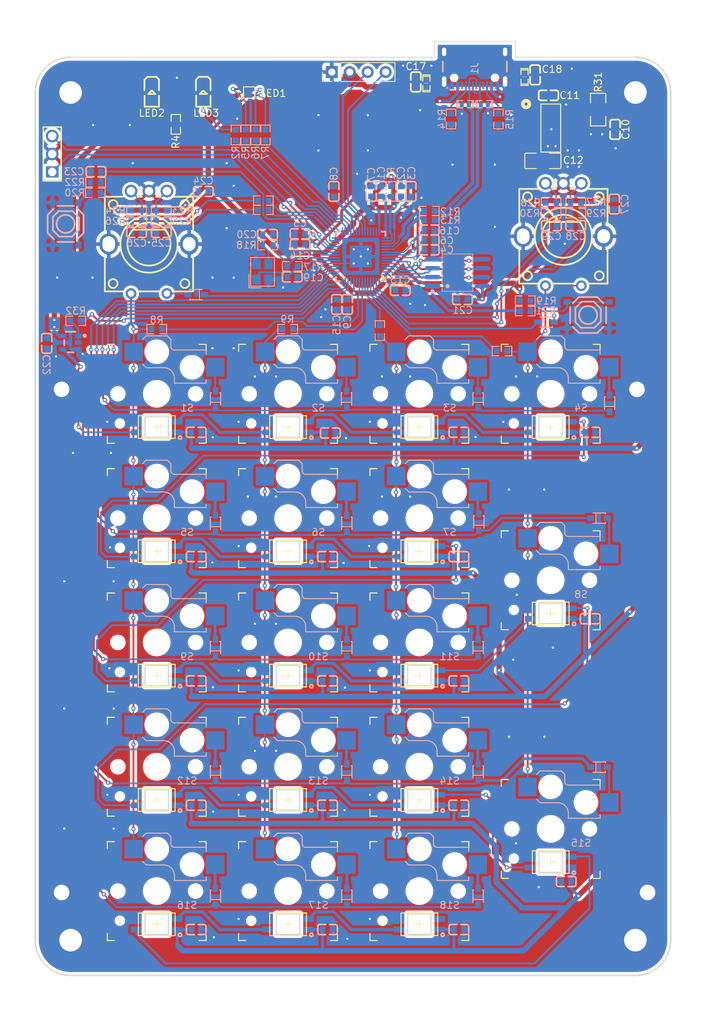
<source format=kicad_pcb>
(kicad_pcb (version 20240108) (generator "pcbnew") (generator_version "8.0")
  (layers (0 "F.Cu" signal "Front") (31 "B.Cu" signal "Back") (34 "B.Paste" user) (35 "F.Paste" user) (36 "B.SilkS" user "B.Silkscreen") (37 "F.SilkS" user "F.Silkscreen") (38 "B.Mask" user) (39 "F.Mask" user) (44 "Edge.Cuts" user))
  (net 0 "")
  (net 1 "GND")
  (net 2 "+5V_USB")
  (net 3 "/MCU/+3V3_A")
  (net 4 "+3V3")
  (net 5 "/MCU/+1V1")
  (net 6 "Net-(U2-XIN)")
  (net 7 "Net-(C20-Pad2)")
  (net 8 "/MCU/RESET_N")
  (net 9 "/MCU/SDA")
  (net 10 "/MCU/SCL")
  (net 11 "ENC2_A")
  (net 12 "ENC2_B")
  (net 13 "ENC1_A")
  (net 14 "ENC1_B")
  (net 17 "Net-(D5-A)")
  (net 18 "ROW0")
  (net 19 "Net-(D6-A)")
  (net 20 "Net-(D7-A)")
  (net 21 "Net-(D8-A)")
  (net 22 "Net-(D9-A)")
  (net 23 "ROW1")
  (net 24 "Net-(D10-A)")
  (net 25 "Net-(D11-A)")
  (net 26 "Net-(D12-A)")
  (net 27 "ROW2")
  (net 28 "Net-(D13-A)")
  (net 29 "Net-(D14-A)")
  (net 30 "Net-(D15-A)")
  (net 31 "ROW3")
  (net 32 "Net-(D16-A)")
  (net 33 "Net-(D17-A)")
  (net 34 "Net-(D18-A)")
  (net 35 "Net-(D19-A)")
  (net 36 "Net-(D20-A)")
  (net 37 "ROW4")
  (net 38 "Net-(D21-A)")
  (net 39 "Net-(D22-A)")
  (net 40 "ROW5")
  (net 41 "/OTHER/ENC1_SW")
  (net 42 "/OTHER/ENC2_SW")
  (net 43 "COL0")
  (net 44 "Net-(ENC1-PadA)")
  (net 45 "Net-(ENC1-PadB)")
  (net 46 "COL2")
  (net 47 "Net-(ENC2-PadA)")
  (net 48 "Net-(ENC2-PadB)")
  (net 49 "COL1")
  (net 50 "COL3")
  (net 52 "Net-(J1-CC2)")
  (net 54 "Net-(J1-CC1)")
  (net 55 "/MCU/SWCLK")
  (net 56 "/MCU/SWDIO")
  (net 57 "Net-(LED1---Pad3)")
  (net 58 "Net-(LED1---Pad2)")
  (net 59 "Net-(LED1---Pad4)")
  (net 60 "Net-(LED2-A)")
  (net 61 "Net-(LED3-+)")
  (net 64 "/MCU/USER_LED1")
  (net 65 "/MCU/USER_LED2_R")
  (net 66 "/MCU/USER_LED2_G")
  (net 67 "/MCU/USER_LED2_B")
  (net 68 "/MCU/USB_N")
  (net 69 "/MCU/USB_P")
  (net 70 "Net-(U2-XOUT)")
  (net 71 "/MCU/QSPI_SS")
  (net 72 "Net-(SW2-C)")
  (net 73 "Net-(SW1-C)")
  (net 74 "/MCU/QSPI_SCLK")
  (net 75 "/MCU/QSPI_SD2")
  (net 76 "/MCU/QSPI_SD1")
  (net 77 "ROW6")
  (net 78 "/MCU/QSPI_SD3")
  (net 79 "/MCU/QSPI_SD0")
  (net 82 "/MCU/COL0_R")
  (net 83 "/MCU/COL1_R")
  (net 84 "/MCU/COL2_R")
  (net 85 "/MCU/COL3_R")
  (net 86 "/MCU/ENC1A_R")
  (net 87 "/MCU/ENC1B_R")
  (net 90 "/MCU/LED00_BUFF")
  (net 91 "LED00 DIN")
  (net 92 "+5V LEDS")
  (net 93 "/OTHER/LED01 DIN")
  (net 94 "/OTHER/LED02 DIN")
  (net 95 "/OTHER/LED03 DIN")
  (net 96 "/OTHER/LED04 DIN")
  (net 97 "/OTHER/LED05 DIN")
  (net 98 "/OTHER/LED06 DIN")
  (net 99 "/OTHER/LED07 DIN")
  (net 100 "/OTHER/LED08 DIN")
  (net 101 "/OTHER/LED09 DIN")
  (net 102 "/OTHER/LED10 DIN")
  (net 103 "/OTHER/LED11 DIN")
  (net 104 "/OTHER/LED12 DIN")
  (net 105 "/OTHER/LED13 DIN")
  (net 106 "/OTHER/LED14 DIN")
  (net 107 "/OTHER/LED15 DIN")
  (net 108 "/OTHER/LED16 DIN")
  (net 109 "/OTHER/LED17 DIN")
  (net 111 "/MCU/LED00_RES")
  (net 112 "/MCU/DN")
  (net 113 "/MCU/DP")
  (footprint "CHOC_SW:Kailh_socket_PG1350" (layer "F.Cu") (at 99.4 82.65 180)
    (property "Reference" "S3")
    (property "Value" "HotSwap")
  )
  (footprint "green_led:LED0805-R-RD" (layer "F.Cu") (at 61.5 40 -90)
    (property "Reference" "LED2")
    (property "Value" "0805G_(Green)")
  )
  (footprint "CHOC_SW:Kailh_socket_PG1350" (layer "F.Cu") (at 118 82.65 180)
    (property "Reference" "S4")
    (property "Value" "HotSwap")
  )
  (footprint "0603_1uF:C0603" (layer "F.Cu") (at 98.9 38.5 -90)
    (property "Reference" "C17")
    (property "Value" "1uF")
  )
  (footprint "CHOC_SW:Kailh_socket_PG1350" (layer "F.Cu") (at 62.2 82.65 180)
    (property "Reference" "S1")
    (property "Value" "HotSwap")
  )
  (footprint "0603_1uF:C0603" (layer "F.Cu") (at 117.695 40.399 180)
    (property "Reference" "C11")
    (property "Value" "1uF")
  )
  (footprint "ESD:D0402-BI" (layer "F.Cu") (at 100.4 38.7 -90)
    (property "Reference" "D1" (hide yes))
    (property "Value" "ESD")
  )
  (footprint "mounting_holes:MH4X2.2MM" (layer "F.Cu") (at 48.725 153.25)
    (property "Reference" "MH8" (hide yes))
    (property "Value" "~" (hide yes))
  )
  (footprint "CHOC_SW:Kailh_socket_PG1350" (layer "F.Cu") (at 80.8 153.05 180)
    (property "Reference" "S17")
    (property "Value" "HotSwap")
  )
  (footprint "CHOC_SW:Kailh_socket_PG1350" (layer "F.Cu") (at 99.4 100.25 180)
    (property "Reference" "S7")
    (property "Value" "HotSwap")
  )
  (footprint "yellow_led:LED0805-R-RD" (layer "F.Cu") (at 68.8 40 -90)
    (property "Reference" "LED3")
    (property "Value" "17-21SUYC/TR8")
  )
  (footprint "CHOC_SW:Kailh_socket_PG1350" (layer "F.Cu") (at 118 144.25 180)
    (property "Reference" "S15")
    (property "Value" "HotSwap")
  )
  (footprint "ESD:D0402-BI" (layer "F.Cu") (at 114.295 37.799 -90)
    (property "Reference" "D2" (hide yes))
    (property "Value" "ESD")
  )
  (footprint "CHOC_SW:Kailh_socket_PG1350" (layer "F.Cu") (at 80.8 117.85 180)
    (property "Reference" "S10")
    (property "Value" "HotSwap")
  )
  (footprint "CHOC_SW:Kailh_socket_PG1350" (layer "F.Cu") (at 80.8 82.65 180)
    (property "Reference" "S2")
    (property "Value" "HotSwap")
  )
  (footprint "mounting_holes:MH4X2.2MM" (layer "F.Cu") (at 131.725 153.25)
    (property "Reference" "MH7" (hide yes))
    (property "Value" "~" (hide yes))
  )
  (footprint "CHOC_SW:Kailh_socket_PG1350" (layer "F.Cu") (at 118 109.05 180)
    (property "Reference" "S8")
    (property "Value" "HotSwap")
  )
  (footprint "CHOC_SW:Kailh_socket_PG1350" (layer "F.Cu") (at 99.4 153.05 180)
    (property "Reference" "S18")
    (property "Value" "HotSwap")
  )
  (footprint "CHOC_SW:Kailh_socket_PG1350" (layer "F.Cu") (at 62.2 135.45 180)
    (property "Reference" "S12")
    (property "Value" "HotSwap")
  )
  (footprint "mounting_holes:MH7.5X3.2MM" (layer "F.Cu") (at 50 160)
    (property "Reference" "MH1" (hide yes))
    (property "Value" "~" (hide yes))
  )
  (footprint "voltage-reg:SOT-223_L6.5-W3.5-P2.30-LS7.0-BR" (layer "F.Cu") (at 118.015 45.028304 180)
    (property "Reference" "U1" (hide yes))
    (property "Value" "LM3940IMP-3_3/NOPB")
  )
  (footprint "Connector_PinHeader_2.54mm:PinHeader_1x04_P2.54mm_Vertical" (layer "F.Cu") (at 87 37.1 90)
    (property "Reference" "J3" (hide yes))
    (property "Value" "~")
  )
  (footprint "0603_1uF:C0603" (layer "F.Cu") (at 115.795 37.499 -90)
    (property "Reference" "C18")
    (property "Value" "1uF")
  )
  (footprint "mounting_holes:MH7.5X3.2MM" (layer "F.Cu") (at 130 40)
    (property "Reference" "MH4" (hide yes))
    (property "Value" "~" (hide yes))
  )
  (footprint "CHOC_SW:Kailh_socket_PG1350" (layer "F.Cu") (at 99.4 117.85 180)
    (property "Reference" "S11")
    (property "Value" "HotSwap")
  )
  (footprint "3pin_header:HDR-TH_3P-P2.54-V-M-1" (layer "F.Cu") (at 47.395 48.699 90)
    (property "Reference" "J2" (hide yes))
    (property "Value" "Header-2_54_1x3")
  )
  (footprint "1206_47uF:C1206" (layer "F.Cu") (at 116.895 49.679 180)
    (property "Reference" "C12")
    (property "Value" "47uF")
  )
  (footprint "encoder:SW-TH_PEC12R-4120F-S0012" (layer "F.Cu") (at 61.1 61.2 180)
    (property "Reference" "ENC1" (hide yes))
    (property "Value" "PEC12R-4120F-S0012")
  )
  (footprint "0603_1uF:C0603" (layer "F.Cu") (at 127.125 45.219 90)
    (property "Reference" "C10")
    (property "Value" "1uF")
  )
  (footprint "CHOC_SW:Kailh_socket_PG1350" (layer "F.Cu") (at 80.8 100.25 180)
    (property "Reference" "S6")
    (property "Value" "HotSwap")
  )
  (footprint "mounting_holes:MH4X2.2MM" (layer "F.Cu") (at 48.725 82.019)
    (property "Reference" "MH6" (hide yes))
    (property "Value" "~" (hide yes))
  )
  (footprint "CHOC_SW:Kailh_socket_PG1350" (layer "F.Cu") (at 99.4 135.45 180)
    (property "Reference" "S14")
    (property "Value" "HotSwap")
  )
  (footprint "mounting_holes:MH4X2.2MM" (layer "F.Cu") (at 130.225 82.019)
    (property "Reference" "MH5" (hide yes))
    (property "Value" "~" (hide yes))
  )
  (footprint "CHOC_SW:Kailh_socket_PG1350" (layer "F.Cu") (at 80.8 135.45 180)
    (property "Reference" "S13")
    (property "Value" "HotSwap")
  )
  (footprint "CHOC_SW:Kailh_socket_PG1350" (layer "F.Cu") (at 62.2 153.05 180)
    (property "Reference" "S16")
    (property "Value" "HotSwap")
  )
  (footprint "user_rgb_led:LED-ARRAY-SMD_4P-L1.0-W1.0-TR_NH-B1010RGBT" (layer "F.Cu") (at 75.3 40 180)
    (property "Reference" "LED1")
    (property "Value" "NH-B1010RGBT-HF")
  )
  (footprint "mounting_holes:MH7.5X3.2MM" (layer "F.Cu") (at 50 40)
    (property "Reference" "MH3" (hide yes))
    (property "Value" "~" (hide yes))
  )
  (footprint "CHOC_SW:Kailh_socket_PG1350" (layer "F.Cu") (at 62.2 117.85 180)
    (property "Reference" "S9")
    (property "Value" "HotSwap")
  )
  (footprint "CHOC_SW:Kailh_socket_PG1350" (layer "F.Cu") (at 62.2 100.25 180)
    (property "Reference" "S5")
    (property "Value" "HotSwap")
  )
  (footprint "1206_100mR:R1206" (layer "F.Cu") (at 124.725 42.419 -90)
    (property "Reference" "R31")
    (property "Value" "100mR")
  )
  (footprint "encoder:SW-TH_PEC12R-4120F-S0012" (layer "F.Cu") (at 119.8 60.1 180)
    (property "Reference" "ENC2" (hide yes))
    (property "Value" "PEC12R-4120F-S0012")
  )
  (footprint "mounting_holes:MH7.5X3.2MM" (layer "F.Cu") (at 130 160 90)
    (property "Reference" "MH2" (hide yes))
    (property "Value" "~" (hide yes))
  )
  (footprint "0603_1kR:R0603" (layer "F.Cu") (at 64.9 44.5 -90)
    (property "Reference" "R4")
    (property "Value" "1kR")
  )
  (footprint "0603_1kR:R0603" (layer "B.Cu") (at 76.2 46 -90)
    (property "Reference" "R6")
    (property "Value" "1kR")
  )
  (footprint "0603_10kR:R0603" (layer "B.Cu") (at 118.05 57.1)
    (property "Reference" "R30")
    (property "Value" "10kR")
  )
  (footprint "0603_1kR:R0603" (layer "B.Cu") (at 74.8 46 90)
    (property "Reference" "R5")
    (property "Value" "1kR")
  )
  (footprint "schottky_diode:SOD-323_L1.8-W1.3-LS2.5-RD" (layer "B.Cu") (at 124.02 135.5)
    (property "Reference" "D19" (hide yes))
    (property "Value" "1N5819WS")
  )
  (footprint "0603_2.2uF:C0603" (layer "B.Cu") (at 67.795 123.299)
    (property "Reference" "C40" (hide yes))
    (property "Value" "2.2uF")
  )
  (footprint "0603_2.2uF:C0603" (layer "B.Cu") (at 86.395 123.299)
    (property "Reference" "C38" (hide yes))
    (property "Value" "2.2uF")
  )
  (footprint "rgb_led:LED-SMD_L3.2-W2.8-TR" (layer "B.Cu") (at 99.4 122.55 180)
    (property "Reference" "LED13" (hide yes))
    (property "Value" "SK6812MINI-E_C5149201")
    (fp_rect (start -1.65 1.45) (end 1.65 -1.45) (stroke (width 0.1524)) (fill none) (layer "Edge.Cuts"))
  )
  (footprint "0603_10kR:R0603" (layer "B.Cu") (at 62.85 56.7)
    (property "Reference" "R23")
    (property "Value" "10kR")
  )
  (footprint "rgb_led:LED-SMD_L3.2-W2.8-TR" (layer "B.Cu") (at 80.8 87.35 180)
    (property "Reference" "LED5" (hide yes))
    (property "Value" "SK6812MINI-E_C5149201")
    (fp_rect (start -1.65 1.45) (end 1.65 -1.45) (stroke (width 0.1524)) (fill none) (layer "Edge.Cuts"))
  )
  (footprint "0603_100nF:C0603" (layer "B.Cu") (at 53.595 51.199)
    (property "Reference" "C23")
    (property "Value" "100nF")
  )
  (footprint "128Mbit:SOIC-8_L5.3-W5.3-P1.27-LS8.0-BL" (layer "B.Cu") (at 104.8 65.5 90)
    (property "Reference" "U3" (hide yes))
    (property "Value" "128Mbit")
  )
  (footprint "schottky_diode:SOD-323_L1.8-W1.3-LS2.5-RD" (layer "B.Cu") (at 107.725 154.649 90)
    (property "Reference" "D22" (hide yes))
    (property "Value" "1N5819WS")
  )
  (footprint "rgb_led:LED-SMD_L3.2-W2.8-TR" (layer "B.Cu") (at 99.4 140.15 180)
    (property "Reference" "LED17" (hide yes))
    (property "Value" "SK6812MINI-E_C5149201")
    (fp_rect (start -1.65 1.45) (end 1.65 -1.45) (stroke (width 0.1524)) (fill none) (layer "Edge.Cuts"))
  )
  (footprint "0603_1MR:R0603" (layer "B.Cu") (at 81.4 64.6 180)
    (property "Reference" "R17")
    (property "Value" "1MR")
  )
  (footprint "0603_27R:R0603" (layer "B.Cu") (at 93.8 73.7 -90)
    (property "Reference" "R10" (hide yes))
    (property "Value" "27R")
  )
  (footprint "0603_10kR:R0603" (layer "B.Cu") (at 121.55 55.6)
    (property "Reference" "R27")
    (property "Value" "10kR")
  )
  (footprint "0603_2.2uF:C0603" (layer "B.Cu") (at 104.995 140.899)
    (property "Reference" "C39" (hide yes))
    (property "Value" "2.2uF")
  )
  (footprint "0603_2.2uF:C0603" (layer "B.Cu") (at 123.595 88.099)
    (property "Reference" "C32" (hide yes))
    (property "Value" "2.2uF")
  )
  (footprint "ESD:D0402-BI" (layer "B.Cu") (at 105.895 41.649)
    (property "Reference" "D4" (hide yes))
    (property "Value" "ESD")
  )
  (footprint "0603_2.2uF:C0603" (layer "B.Cu") (at 104.995 158.499)
    (property "Reference" "C45" (hide yes))
    (property "Value" "2.2uF")
  )
  (footprint "0603_2.2uF:C0603" (layer "B.Cu") (at 86.395 140.899)
    (property "Reference" "C43" (hide yes))
    (property "Value" "2.2uF")
  )
  (footprint "rgb_led:LED-SMD_L3.2-W2.8-TR" (layer "B.Cu") (at 62.2 157.75 180)
    (property "Reference" "LED19" (hide yes))
    (property "Value" "SK6812MINI-E_C5149201")
    (fp_rect (start -1.65 1.45) (end 1.65 -1.45) (stroke (width 0.1524)) (fill none) (layer "Edge.Cuts"))
  )
  (footprint "usbc_connector:USB-C-SMD_TYPE-C-6PIN-2MD-073" (layer "B.Cu") (at 107.225 36.619)
    (property "Reference" "J1")
    (property "Value" "TYPE-C_16PIN_2MD(073)")
  )
  (footprint "schottky_diode:SOD-323_L1.8-W1.3-LS2.5-RD" (layer "B.Cu") (at 116.5 72.5)
    (property "Reference" "D24" (hide yes))
    (property "Value" "1N5819WS")
  )
  (footprint "0603_15pF:C0603" (layer "B.Cu") (at 77.9 60.1 180)
    (property "Reference" "C20")
    (property "Value" "15pF")
  )
  (footprint "0603_2.2uF:C0603" (layer "B.Cu") (at 89.2 70 -90)
    (property "Reference" "C9")
    (property "Value" "2.2uF")
  )
  (footprint "0603_5.1kR:R0603" (layer "B.Cu") (at 110.595 43.749 90)
    (property "Reference" "R15")
    (property "Value" "5.1kR")
  )
  (footprint "rgb_led:LED-SMD_L3.2-W2.8-TR" (layer "B.Cu") (at 118 87.35 180)
    (property "Reference" "LED7" (hide yes))
    (property "Value" "SK6812MINI-E_C5149201")
    (fp_rect (start -1.65 1.45) (end 1.65 -1.45) (stroke (width 0.1524)) (fill none) (layer "Edge.Cuts"))
  )
  (footprint "0603_27R:R0603" (layer "B.Cu") (at 111.1 76.6)
    (property "Reference" "R11" (hide yes))
    (property "Value" "27R")
  )
  (footprint "0603_2.2uF:C0603" (layer "B.Cu") (at 98.2 54 90)
    (property "Reference" "C3")
    (property "Value" "2.2uF")
  )
  (footprint "0603_1kR:R0603" (layer "B.Cu") (at 77.9 61.6 180)
    (property "Reference" "R18")
    (property "Value" "1kR")
  )
  (footprint "0603_5.1kR:R0603" (layer "B.Cu") (at 103.895 43.749 -90)
    (property "Reference" "R14")
    (property "Value" "5.1kR")
  )
  (footprint "schottky_diode:SOD-323_L1.8-W1.3-LS2.5-RD" (layer "B.Cu") (at 107.725 84.249 90)
    (property "Reference" "D7" (hide yes))
    (property "Value" "1N5819WS")
  )
  (footprint "0603_10kR:R0603" (layer "B.Cu") (at 62.85 58.2 180)
    (property "Reference" "R25")
    (property "Value" "10kR")
  )
  (footprint "0603_2.2uF:C0603" (layer "B.Cu") (at 86.395 158.499)
    (property "Reference" "C44" (hide yes))
    (property "Value" "2.2uF")
  )
  (footprint "schottky_diode:SOD-323_L1.8-W1.3-LS2.5-RD" (layer "B.Cu") (at 89.125 154.649 90)
    (property "Reference" "D21" (hide yes))
    (property "Value" "1N5819WS")
  )
  (footprint "0603_1kR:R0603" (layer "B.Cu") (at 73.4 46 -90)
    (property "Reference" "R2")
    (property "Value" "1kR")
  )
  (footprint "rgb_led:LED-SMD_L3.2-W2.8-TR" (layer "B.Cu") (at 118 113.75 180)
    (property "Reference" "LED14" (hide yes))
    (property "Value" "SK6812MINI-E_C5149201")
    (fp_rect (start -1.65 1.45) (end 1.65 -1.45) (stroke (width 0.1524)) (fill none) (layer "Edge.Cuts"))
  )
  (footprint "schottky_diode:SOD-323_L1.8-W1.3-LS2.5-RD" (layer "B.Cu") (at 107.825 101.649 90)
    (property "Reference" "D11" (hide yes))
    (property "Value" "1N5819WS")
  )
  (footprint "schottky_diode:SOD-323_L1.8-W1.3-LS2.5-RD" (layer "B.Cu") (at 68.63 68.6 180)
    (property "Reference" "D23" (hide yes))
    (property "Value" "1N5819WS")
  )
  (footprint "0603_0:R0603" (layer "B.Cu") (at 77.3 56.6 180)
    (property "Reference" "R16" (hide yes))
    (property "Value" "0R")
  )
  (footprint "schottky_diode:SOD-323_L1.8-W1.3-LS2.5-RD" (layer "B.Cu") (at 70.525 101.849 90)
    (property "Reference" "D9" (hide yes))
    (property "Value" "1N5819WS")
  )
  (footprint "0603_27R:R0603" (layer "B.Cu") (at 80.75 73.5 180)
    (property "Reference" "R9")
    (property "Value" "27R")
  )
  (footprint "0603_10nF:C0603" (layer "B.Cu") (at 59.35 59.8 180)
    (property "Reference" "C26")
    (property "Value" "10nF")
  )
  (footprint "0603_10kR:R0603" (layer "B.Cu") (at 118.05 55.6 180)
    (property "Reference" "R28")
    (property "Value" "10kR")
  )
  (footprint "rgb_led:LED-SMD_L3.2-W2.8-TR" (layer "B.Cu") (at 62.2 87.35 180)
    (property "Reference" "LED4" (hide yes))
    (property "Value" "SK6812MINI-E_C5149201")
    (fp_rect (start -1.65 1.45) (end 1.65 -1.45) (stroke (width 0.1524)) (fill none) (layer "Edge.Cuts"))
  )
  (footprint "0603_100nF:C0603" (layer "B.Cu") (at 100.795 59.469 180)
    (property "Reference" "C16")
    (property "Value" "100nF")
  )
  (footprint "schottky_diode:SOD-323_L1.8-W1.3-LS2.5-RD" (layer "B.Cu") (at 70.525 154.649 90)
    (property "Reference" "D20" (hide yes))
    (property "Value" "1N5819WS")
  )
  (footprint "0603_27R:R0603" (layer "B.Cu") (at 53.545 52.699)
    (property "Reference" "R22")
    (property "Value" "27R")
  )
  (footprint "0603_2.2uF:C0603" (layer "B.Cu") (at 86.395 105.699)
    (property "Reference" "C47" (hide yes))
    (property "Value" "2.2uF")
  )
  (footprint "0603_2.2uF:C0603" (layer "B.Cu") (at 104.995 88.099)
    (property "Reference" "C33" (hide yes))
    (property "Value" "2.2uF")
  )
  (footprint "schottky_diode:SOD-323_L1.8-W1.3-LS2.5-RD" (layer "B.Cu") (at 89.125 101.849 90)
    (property "Reference" "D10" (hide yes))
    (property "Value" "1N5819WS")
  )
  (footprint "0603_100nF:C0603" (layer "B.Cu") (at 46.625 75.519 90)
    (property "Reference" "C22")
    (property "Value" "100nF")
  )
  (footprint "0603_100nF:C0603" (layer "B.Cu") (at 100.795 60.869)
    (property "Reference" "C6")
    (property "Value" "100nF")
  )
  (footprint "schottky_diode:SOD-323_L1.8-W1.3-LS2.5-RD" (layer "B.Cu") (at 89.125 119.449 90)
    (property "Reference" "D14" (hide yes))
    (property "Value" "1N5819WS")
  )
  (footprint "0603_2.2uF:C0603" (layer "B.Cu") (at 68.8 54)
    (property "Reference" "C24")
    (property "Value" "2.2uF")
  )
  (footprint "0603_10nF:C0603" (layer "B.Cu") (at 118.1 58.85 180)
    (property "Reference" "C29")
    (property "Value" "10nF")
  )
  (footprint "schottky_diode:SOD-323_L1.8-W1.3-LS2.5-RD" (layer "B.Cu") (at 107.725 119.449 90)
    (property "Reference" "D15" (hide yes))
    (property "Value" "1N5819WS")
  )
  (footprint "0603_100nF:C0603" (layer "B.Cu") (at 82.5 60)
    (property "Reference" "C5")
    (property "Value" "100nF")
  )
  (footprint "schottky_diode:SOD-323_L1.8-W1.3-LS2.5-RD" (layer "B.Cu") (at 70.525 119.449 90)
    (property "Reference" "D13" (hide yes))
    (property "Value" "1N5819WS")
  )
  (footprint "0603_10kR:R0603" (layer "B.Cu") (at 59.35 58.2)
    (property "Reference" "R26")
    (property "Value" "10kR")
  )
  (footprint "0603_27R:R0603" (layer "B.Cu") (at 50.725 72.319 180)
    (property "Reference" "R32")
    (property "Value" "27R")
  )
  (footprint "0603_2.2uF:C0603" (layer "B.Cu") (at 67.795 88.099)
    (property "Reference" "C30" (hide yes))
    (property "Value" "2.2uF")
  )
  (footprint "0603_2.2uF:C0603" (layer "B.Cu") (at 96.8 54 90)
    (property "Reference" "C2")
    (property "Value" "2.2uF")
  )
  (footprint "schottky_diode:SOD-323_L1.8-W1.3-LS2.5-RD" (layer "B.Cu") (at 70.525 84.249 90)
    (property "Reference" "D5" (hide yes))
    (property "Value" "1N5819WS")
  )
  (footprint "0603_100nF:C0603" (layer "B.Cu") (at 87.7 70 90)
    (property "Reference" "C15")
    (property "Value" "100nF")
  )
  (footprint "0603_2.2uF:C0603" (layer "B.Cu") (at 67.795 158.499)
    (property "Reference" "C41" (hide yes))
    (property "Value" "2.2uF")
  )
  (footprint "0603_1kR:R0603" (layer "B.Cu") (at 77.6 46 -90)
    (property "Reference" "R7")
    (property "Value" "1kR")
  )
  (footprint "rgb_led:LED-SMD_L3.2-W2.8-TR" (layer "B.Cu") (at 62.2 104.95 180)
    (property "Reference" "LED8" (hide yes))
    (property "Value" "SK6812MINI-E_C5149201")
    (fp_rect (start -1.65 1.45) (end 1.65 -1.45) (stroke (width 0.1524)) (fill none) (layer "Edge.Cuts"))
  )
  (footprint "0603_2.2uF:C0603" (layer "B.Cu") (at 86.795 88.199)
    (property "Reference" "C31" (hide yes))
    (property "Value" "2.2uF")
  )
  (footprint "0603_2.2uF:C0603" (layer "B.Cu") (at 62.85 59.8)
    (property "Reference" "C25")
    (property "Value" "10nF")
  )
  (footprint "rgb_led:LED-SMD_L3.2-W2.8-TR" (layer "B.Cu") (at 80.8 122.55 180)
    (property "Reference" "LED12" (hide yes))
    (property "Value" "SK6812MINI-E_C5149201")
    (fp_rect (start -1.65 1.45) (end 1.65 -1.45) (stroke (width 0.1524)) (fill none) (layer "Edge.Cuts"))
  )
  (footprint "0603_100nF:C0603" (layer "B.Cu") (at 82.5 61.5)
    (property "Reference" "C14")
    (property "Value" "100nF")
  )
  (footprint "0603_2.2uF:C0603" (layer "B.Cu") (at 67.795 105.699)
    (property "Reference" "C46" (hide yes))
    (property "Value" "2.2uF")
  )
  (footprint "0603_2.2uF:C0603" (layer "B.Cu") (at 123.595 114.499)
    (property "Reference" "C34" (hide yes))
    (property "Value" "2.2uF")
  )
  (footprint "0603_100nF:C0603" (layer "B.Cu") (at 96.7 68 180)
    (property "Reference" "C13")
    (property "Value" "100nF")
  )
  (footprint "schottky_diode:SOD-323_L1.8-W1.3-LS2.5-RD" (layer "B.Cu") (at 89.0814 84.249 90)
    (property "Reference" "D6" (hide yes))
    (property "Value" "1N5819WS")
  )
  (footprint "0603_27R:R0603" (layer "B.Cu") (at 100.8 58.069 180)
    (property "Reference" "R13")
    (property "Value" "27R")
  )
  (footprint "schottky_diode:SOD-323_L1.8-W1.3-LS2.5-RD" (layer "B.Cu") (at 124.02 100.25)
    (property "Reference" "D12" (hide yes))
    (property "Value" "1N5819WS")
  )
  (footprint "rgb_led:LED-SMD_L3.2-W2.8-TR" (layer "B.Cu") (at 99.4 104.95 180)
    (property "Reference" "LED10" (hide yes))
    (property "Value" "SK6812MINI-E_C5149201")
    (fp_rect (start -1.65 1.45) (end 1.65 -1.45) (stroke (width 0.1524)) (fill none) (layer "Edge.Cuts"))
  )
  (footprint "0603_100kR:R0603" (layer "B.Cu") (at 114.4 69.45 180)
    (property "Reference" "R19")
    (property "Value" "100kR")
  )
  (footprint "0603_100nF:C0603" (layer "B.Cu") (at 92.6 54 -90)
    (property "Reference" "C7")
    (property "Value" "100nF")
  )
  (footprint "schottky_diode:SOD-323_L1.8-W1.3-LS2.5-RD" (layer "B.Cu") (at 107.725 137.049 90)
    (property "Reference" "D18" (hide yes))
    (property "Value" "1N5819WS")
  )
  (footprint "0603_10kR:R0603" (layer "B.Cu") (at 53.495 54.199)
    (property "Reference" "R20")
    (property "Value" "10kR")
  )
  (footprint "0603_10nF:C0603" (layer "B.Cu") (at 121.55 58.85)
    (property "Reference" "C28")
    (property "Value" "10nF")
  )
  (footprint "0603_10nF:C0603" (layer "B.Cu") (at 127 55.8 -90)
    (property "Reference" "C27")
    (property "Value" "2.2uF")
  )
  (footprint "simple_button:SW-SMD_4P-L5.1-W5.1-P3.70-LS6.5-TL_H1.5" (layer "B.Cu") (at 49.295 58.599 -90)
    (property "Reference" "SW1" (hide yes))
    (property "Value" "TS-1187A-B-A-B")
  )
  (footprint "simple_button:SW-SMD_4P-L5.1-W5.1-P3.70-LS6.5-TL_H1.5" (layer "B.Cu") (at 123.3 71.5)
    (property "Reference" "SW2" (hide yes))
    (property "Value" "TS-1187A-B-A-B")
  )
  (footprint "0603_27R:R0603" (layer "B.Cu") (at 62.2 73.5 180)
    (property "Reference" "R8")
    (property "Value" "27R")
  )
  (footprint "0603_100nF:C0603" (layer "B.Cu") (at 105.5 69.3)
    (property "Reference" "C21")
    (property "Value" "100nF")
  )
  (footprint "schottky_diode:SOD-323_L1.8-W1.3-LS2.5-RD" (layer "B.Cu") (at 70.525 137.049 90)
    (property "Reference" "D16" (hide yes))
    (property "Value" "1N5819WS")
  )
  (footprint "rgb_led:LED-SMD_L3.2-W2.8-TR" (layer "B.Cu") (at 62.2 122.55 180)
    (property "Reference" "LED11" (hide yes))
    (property "Value" "SK6812MINI-E_C5149201")
    (fp_rect (start -1.65 1.45) (end 1.65 -1.45) (stroke (width 0.1524)) (fill none) (layer "Edge.Cuts"))
  )
  (footprint "rp2040:LQFN-56_L7.0-W7.0-P0.4-EP" (layer "B.Cu") (at 91.1 63.2 90)
    (property "Reference" "U2" (hide yes))
    (property "Value" "RP2040")
  )
  (footprint "rgb_led:LED-SMD_L3.2-W2.8-TR" (layer "B.Cu") (at 80.8 140.15 180)
    (property "Reference" "LED16" (hide yes))
    (property "Value" "SK6812MINI-E_C5149201")
    (fp_rect (start -1.65 1.45) (end 1.65 -1.45) (stroke (width 0.1524)) (fill none) (layer "Edge.Cuts"))
  )
  (footprint "0603_100nF:C0603" (layer "B.Cu") (at 100.795 62.269 180)
    (property "Reference" "C4")
    (property "Value" "100nF")
  )
  (footprint "schottky_diode:SOD-323_L1.8-W1.3-LS2.5-RD" (layer "B.Cu") (at 126.35 84.83 90)
    (property "Reference" "D8" (hide yes))
    (property "Value" "1N5819WS")
  )
  (footprint "0603_10kR:R0603" (layer "B.Cu") (at 121.55 57.1 180)
    (property "Reference" "R29")
    (property "Value" "10kR")
  )
  (footprint "ESD:D0402-BI" (layer "B.Cu") (at 108.595 41.649 180)
    (property "Reference" "D3" (hide yes))
    (property "Value" "ESD")
  )
  (footprint "0603_2.2uF:C0603" (layer "B.Cu") (at 104.995 105.699)
    (property "Reference" "C37" (hide yes))
    (property "Value" "2.2uF")
  )
  (footprint "0603_27R:R0603" (layer "B.Cu") (at 100.8 56.769 180)
    (property "Reference" "R12")
    (property "Value" "27R")
  )
  (footprint "rgb_led:LED-SMD_L3.2-W2.8-TR" (layer "B.Cu") (at 99.4 157.75 180)
    (property "Reference" "LED21" (hide yes))
    (property "Value" "SK6812MINI-E_C5149201")
    (fp_rect (start -1.65 1.45) (end 1.65 -1.45) (stroke (width 0.1524)) (fill none) (layer "Edge.Cuts"))
  )
  (footprint "rgb_led:LED-SMD_L3.2-W2.8-TR" (layer "B.Cu") (at 118 148.95 180)
    (property "Reference" "LED18" (hide yes))
    (property "Value" "SK6812MINI-E_C5149201")
    (fp_rect (start -1.65 1.45) (end 1.65 -1.45) (stroke (width 0.1524)) (fill none) (layer "Edge.Cuts"))
  )
  (footprint "0603_1kR:R0603" (layer "B.Cu") (at 114.4 70.95)
    (property "Reference" "R21")
    (property "Value" "1kR")
  )
  (footprint "rgb_led:LED-SMD_L3.2-W2.8-TR" (layer "B.Cu") (at 80.8 157.75 180)
    (property "Reference" "LED20" (hide yes))
    (property "Value" "SK6812MINI-E_C5149201")
    (fp_rect (start -1.65 1.45) (end 1.65 -1.45) (stroke (width 0.1524)) (fill none) (layer "Edge.Cuts"))
  )
  (footprint "crystal:CRYSTAL-SMD_4P-L3.2-W2.5-BL" (layer "B.Cu") (at 77.185 65.385 90)
    (property "Reference" "Y1" (hide yes))
    (property "Value" "ABM8-272-T3_C20625731")
  )
  (footprint "rgb_led:LED-SMD_L3.2-W2.8-TR" (layer "B.Cu") (at 80.8 104.95 180)
    (property "Reference" "LED9" (hide yes))
    (property "Value" "SK6812MINI-E_C5149201")
    (fp_rect (start -1.65 1.45) (end 1.65 -1.45) (stroke (width 0.1524)) (fill none) (layer "Edge.Cuts"))
  )
  (footprint "0603_2.2uF:C0603" (layer "B.Cu") (at 94 54 90)
    (property "Reference" "C1")
    (property "Value" "2.2uF")
  )
  (footprint "rgb_led:LED-SMD_L3.2-W2.8-TR" (layer "B.Cu") (at 62.2 140.15 180)
    (property "Reference" "LED15" (hide yes))
    (property "Value" "SK6812MINI-E_C5149201")
    (fp_rect (start -1.65 1.45) (end 1.65 -1.45) (stroke (width 0.1524)) (fill none) (layer "Edge.Cuts"))
  )
  (footprint "0603_10kR:R0603" (layer "B.Cu") (at 59.35 56.7 180)
    (property "Reference" "R24")
    (property "Value" "10kR")
  )
  (footprint "0603_0:R0603" (layer "B.Cu") (at 77.3 55.3 180)
    (property "Reference" "R3" (hide yes))
    (property "Value" "0R")
  )
  (footprint "0603_100nF:C0603" (layer "B.Cu") (at 87.295 53.999 -90)
    (property "Reference" "C8")
    (property "Value" "100nF")
  )
  (footprint "rgb_led:LED-SMD_L3.2-W2.8-TR" (layer "B.Cu") (at 99.4 87.35 180)
    (property "Reference" "LED6" (hide yes))
    (property "Value" "SK6812MINI-E_C5149201")
    (fp_rect (start -1.65 1.45) (end 1.65 -1.45) (stroke (width 0.1524)) (fill none) (layer "Edge.Cuts"))
  )
  (footprint "schottky_diode:SOD-323_L1.8-W1.3-LS2.5-RD" (layer "B.Cu") (at 89.125 137.049 90)
    (property "Reference" "D17" (hide yes))
    (property "Value" "1N5819WS")
  )
  (footprint "0603_2.2uF:C0603" (layer "B.Cu") (at 67.795 140.899)
    (property "Reference" "C36" (hide yes))
    (property "Value" "2.2uF")
  )
  (footprint "0603_200R:R0603" (layer "B.Cu") (at 95.4 54 90)
    (property "Reference" "R1")
    (property "Value" "200R")
  )
  (footprint "0603_2.2uF:C0603" (layer "B.Cu") (at 104.995 123.299)
    (property "Reference" "C35" (hide yes))
    (property "Value" "2.2uF")
  )
  (footprint "buffer:SOT-23-5_L2.9-W1.6-P0.95-LS2.8-BR" (layer "B.Cu") (at 49.995 75.399)
    (property "Reference" "U4" (hide yes))
    (property "Value" "SN74LV1T34DBVR")
  )
  (footprint "0603_2.2uF:C0603" (layer "B.Cu") (at 120.195 151.699 180)
    (property "Reference" "C42" (hide yes))
    (property "Value" "2.2uF")
  )
  (footprint "0603_15pF:C0603" (layer "B.Cu") (at 81.4 66.1 180)
    (property "Reference" "C19")
    (property "Value" "15pF")
  )
  (gr_arc (start 135 160) (mid 133.535534 163.535534) (end 130 165) (stroke (width 0.2)) (layer "Edge.Cuts"))
  (gr_arc (start 50 165) (mid 46.464466 163.535534) (end 45 160) (stroke (width 0.2)) (layer "Edge.Cuts"))
  (gr_line (start 130 165) (end 50 165) (stroke (width 0.2)) (layer "Edge.Cuts"))
  (gr_line (start 45 160) (end 45 40) (stroke (width 0.2)) (layer "Edge.Cuts"))
  (gr_line (start 101.5 32.75) (end 101.5 35) (stroke (width 0.1)) (layer "Edge.Cuts"))
  (gr_arc (start 45 40) (mid 46.464466 36.464466) (end 50 35) (stroke (width 0.2)) (layer "Edge.Cuts"))
  (gr_line (start 130 35) (end 113 35) (stroke (width 0.1)) (layer "Edge.Cuts"))
  (gr_line (start 113 32.75) (end 101.5 32.75) (stroke (width 0.1)) (layer "Edge.Cuts"))
  (gr_line (start 135 160) (end 135 40) (stroke (width 0.2)) (layer "Edge.Cuts"))
  (gr_line (start 113 35) (end 113 32.75) (stroke (width 0.1)) (layer "Edge.Cuts"))
  (gr_arc (start 130 35) (mid 133.535534 36.464466) (end 135 40) (stroke (width 0.2)) (layer "Edge.Cuts"))
  (gr_line (start 101.5 35) (end 50 35) (stroke (width 0.1)) (layer "Edge.Cuts"))
  (segment (start 120.195 41.699) (end 118.895 40.399) (width 0.4064) (layer "F.Cu") (net 1))
  (segment (start 118.895 40.399) (end 118.395 40.399) (width 0.4064) (layer "F.Cu") (net 1))
  (via (at 86.1 70.7) (size 0.6) (drill 0.3) (layers "F.Cu" "B.Cu") (net 1))
  (via (at 94.1 80.2) (size 0.6) (drill 0.3) (layers "F.Cu" "B.Cu") (net 1))
  (via (at 90.1 62.2) (size 0.6) (drill 0.3) (layers "F.Cu" "B.Cu") (net 1))
  (via (at 49.1 144.2) (size 0.6) (drill 0.3) (layers "F.Cu" "B.Cu") (net 1))
  (via (at 127.2 47.9) (size 0.6) (drill 0.3) (layers "F.Cu" "B.Cu") (net 1))
  (via (at 120.4 48.2) (size 0.6) (drill 0.3) (layers "F.Cu" "B.Cu") (net 1))
  (via (at 92.1 64.2) (size 0.6) (drill 0.3) (layers "F.Cu" "B.Cu") (net 1))
  (via (at 80.1 67.6) (size 0.6) (drill 0.3) (layers "F.Cu" "B.Cu") (net 1))
  (via (at 97.1 36.2) (size 0.6) (drill 0.3) (layers "F.Cu" "B.Cu") (net 1))
  (via (at 118.3 118.6) (size 0.6) (drill 0.3) (layers "F.Cu" "B.Cu") (net 1))
  (via (at 72.1 50) (size 0.6) (drill 0.3) (layers "F.Cu" "B.Cu") (net 1))
  (via (at 112.1 131.2) (size 0.6) (drill 0.3) (layers "F.Cu" "B.Cu") (net 1))
  (via (at 118.1 45.2) (size 0.6) (drill 0.3) (layers "F.Cu" "B.Cu") (net 1))
  (via (at 120.195 41.699) (size 0.6) (drill 0.3) (layers "F.Cu" "B.Cu") (net 1))
  (via (at 118.7 47.6) (size 0.6) (drill 0.3) (layers "F.Cu" "B.Cu") (net 1))
  (via (at 79.1 133.2) (size 0.6) (drill 0.3) (layers "F.Cu" "B.Cu") (net 1))
  (via (at 112.395 43.2) (size 0.6) (drill 0.3) (layers "F.Cu" "B.Cu") (net 1))
  (via (at 98.1 69.9) (size 0.6) (drill 0.3) (layers "F.Cu" "B.Cu") (net 1))
  (via (at 72.1 59.2) (size 0.6) (drill 0.3) (layers "F.Cu" "B.Cu") (net 1))
  (via (at 55.195 139.409) (size 0.6) (drill 0.3) (layers "F.Cu" "B.Cu") (net 1))
  (via (at 107.345 88.774) (size 0.6) (drill 0.3) (layers "F.Cu" "B.Cu") (net 1))
  (via (at 85.1 48.2) (size 0.6) (drill 0.3) (layers "F.Cu" "B.Cu") (net 1))
  (via (at 116.1 80.2) (size 0.6) (drill 0.3) (layers "F.Cu" "B.Cu") (net 1))
  (via (at 70.195 141.799) (size 0.6) (drill 0.3) (layers "F.Cu" "B.Cu") (net 1))
  (via (at 94.1 97.2) (size 0.6) (drill 0.3) (layers "F.Cu" "B.Cu") (net 1))
  (via (at 73.1 53.2) (size 0.6) (drill 0.3) (layers "F.Cu" "B.Cu") (net 1))
  (via (at 61.1 61.2) (size 0.6) (drill 0.3) (layers "F.Cu" "B.Cu") (net 1))
  (via (at 109.12 42.948) (size 0.6) (drill 0.3) (layers "F.Cu" "B.Cu") (net 1))
  (via (at 122 50.5) (size 0.6) (drill 0.3) (layers "F.Cu" "B.Cu") (net 1))
  (via (at 73.795 121.809) (size 0.6) (drill 0.3) (layers "F.Cu" "B.Cu") (net 1))
  (via (at 120.995 36.599) (size 0.6) (drill 0.3) (layers "F.Cu" "B.Cu") (net 1))
  (via (at 73.795 86.609) (size 0.6) (drill 0.3) (layers "F.Cu" "B.Cu") (net 1))
  (via (at 88.67 106.599) (size 0.6) (drill 0.3) (layers "F.Cu" "B.Cu") (net 1))
  (via (at 101.1 36.2) (size 0.6) (drill 0.3) (layers "F.Cu" "B.Cu") (net 1))
  (via (at 110.1 50.2) (size 0.6) (drill 0.3) (layers "F.Cu" "B.Cu") (net 1))
  (via (at 112.1 96.2) (size 0.6) (drill 0.3) (layers "F.Cu" "B.Cu") (net 1))
  (via (at 79.1 97.2) (size 0.6) (drill 0.3) (layers "F.Cu" "B.Cu") (net 1))
  (via (at 116.3 152.5) (size 0.6) (drill 0.3) (layers "F.Cu" "B.Cu") (net 1))
  (via (at 89.02 88.924) (size 0.6) (drill 0.3) (layers "F.Cu" "B.Cu") (net 1))
  (via (at 104.1 50.2) (size 0.6) (drill 0.3) (layers "F.Cu" "B.Cu") (net 1))
  (via (at 92.395 139.409) (size 0.6) (drill 0.3) (layers "F.Cu" "B.Cu") (net 1))
  (via (at 84.5 65.2) (size 0.6) (drill 0.3) (layers "F.Cu" "B.Cu") (net 1))
  (via (at 92.1 48.2) (size 0.6) (drill 0.3) (layers "F.Cu" "B.Cu") (net 1))
  (via (at 73.1 76.2) (size 0.6) (drill 0.3) (layers "F.Cu" "B.Cu") (net 1))
  (via (at 73.795 139.409) (size 0.6) (drill 0.3) (layers "F.Cu" "B.Cu") (net 1))
  (via (at 73.6 43.7) (size 0.6) (drill 0.3) (layers "F.Cu" "B.Cu") (net 1))
  (via (at 117.1 96.2) (size 0.6) (drill 0.3) (layers "F.Cu" "B.Cu") (net 1))
  (via (at 113.1 80.2) (size 0.6) (drill 0.3) (layers "F.Cu" "B.Cu") (net 1))
  (via (at 88.845 124.249) (size 0.6) (drill 0.3) (layers "F.Cu" "B.Cu") (net 1))
  (via (at 98.1 80.2) (size 0.6) (drill 0.3) (layers "F.Cu" "B.Cu") (net 1))
  (via (at 70.1 66.2) (size 0.6) (drill 0.3) (layers "F.Cu" "B.Cu") (net 1))
  (via (at 120 61.4) (size 0.6) (drill 0.3) (layers "F.Cu" "B.Cu") (net 1))
  (via (at 98.1 97.2) (size 0.6) (drill 0.3) (layers "F.Cu" "B.Cu") (net 1))
  (via (at 112.7 120.3) (size 0.6) (drill 0.3) (layers "F.Cu" "B.Cu") (net 1))
  (via (at 51.695 76.999) (size 0.6) (drill 0.3) (layers "F.Cu" "B.Cu") (net 1))
  (via (at 79.1 80.2) (size 0.6) (drill 0.3) (layers "F.Cu" "B.Cu") (net 1))
  (via (at 117.1 131.2) (size 0.6) (drill 0.3) (layers "F.Cu" "B.Cu") (net 1))
  (via (at 90.1 64.2) (size 0.6) (drill 0.3) (layers "F.Cu" "B.Cu") (net 1))
  (via (at 58.395 44.599) (size 0.6) (drill 0.3) (layers "F.Cu" "B.Cu") (net 1))
  (via (at 48.1 66.2) (size 0.6) (drill 0.3) (layers "F.Cu" "B.Cu") (net 1))
  (via (at 123.7 45.9) (size 0.6) (drill 0.3) (layers "F.Cu" "B.Cu") (net 1))
  (via (at 92.595 58.099) (size 0.6) (drill 0.3) (layers "F.Cu" "B.Cu") (net 1))
  (via (at 91.1 63.2) (size 0.6) (drill 0.3) (layers "F.Cu" "B.Cu") (net 1))
  (via (at 55.195 86.609) (size 0.6) (drill 0.3) (layers "F.Cu" "B.Cu") (net 1))
  (via (at 92.1 62.2) (size 0.6) (drill 0.3) (layers "F.Cu" "B.Cu") (net 1))
  (via (at 49.1 127.2) (size 0.6) (drill 0.3) (layers "F.Cu" "B.Cu") (net 1))
  (via (at 100.2 70.1) (size 0.6) (drill 0.3) (layers "F.Cu" "B.Cu") (net 1))
  (via (at 53.1 66.2) (size 0.6) (drill 0.3) (layers "F.Cu" "B.Cu") (net 1))
  (via (at 120.4 50.5) (size 0.6) (drill 0.3) (layers "F.Cu" "B.Cu") (net 1))
  (via (at 76.1 133.2) (size 0.6) (drill 0.3) (layers "F.Cu" "B.Cu") (net 1))
  (via (at 79.1 115.2) (size 0.6) (drill 0.3) (layers "F.Cu" "B.Cu") (net 1))
  (via (at 96.8 57.7) (size 0.6) (drill 0.3) (layers "F.Cu" "B.Cu") (net 1))
  (via (at 85.5 71.8) (size 0.6) (drill 0.3) (layers "F.Cu" "B.Cu") (net 1))
  (via (at 113.195 111.099) (size 0.6) (drill 0.3) (layers "F.Cu" "B.Cu") (net 1))
  (via (at 55.5 121.504) (size 0.6) (drill 0.3) (layers "F.Cu" "B.Cu") (net 1))
  (via (at 76.1 115.2) (size 0.6) (drill 0.3) (layers "F.Cu" "B.Cu") (net 1))
  (via (at 92.395 86.609) (size 0.6) (drill 0.3) (layers "F.Cu" "B.Cu") (net 1))
  (via (at 113.095 146.299) (size 0.6) (drill 0.3) (layers "F.Cu" "B.Cu") (net 1))
  (via (at 85.1 43.2) (size 0.6) (drill 0.3) (layers "F.Cu" "B.Cu") (net 1))
  (via (at 73.795 104.209) (size 0.6) (drill 0.3) (layers "F.Cu" "B.Cu") (net 1))
  (via (at 70.1 76.2) (size 0.6) (drill 0.3) (layers "F.Cu" "B.Cu") (net 1))
  (via (at 55.595 104.399) (size 0.6) (drill 0.3) (layers "F.Cu" "B.Cu") (net 1))
  (via (at 99.7 54.9) (size 0.6) (drill 0.3) (layers "F.Cu" "B.Cu") (net 1))
  (via (at 56.1 109.2) (size 0.6) (drill 0.3) (layers "F.Cu" "B.Cu") (net 1))
  (via (at 110.1 59) (size 0.6) (drill 0.3) (layers "F.Cu" "B.Cu") (net 1))
  (via (at 92.395 121.809) (size 0.6) (drill 0.3) (layers "F.Cu" "B.Cu") (net 1))
  (via (at 122 48.2) (size 0.6) (drill 0.3) (layers "F.Cu" "B.Cu") (net 1))
  (via (at 65.045 37.899) (size 0.6) (drill 0.3) (layers "F.Cu" "B.Cu") (net 1))
  (via (at 70.17 124.199) (size 0.6) (drill 0.3) (layers "F.Cu" "B.Cu") (net 1))
  (via (at 99.5 42.5) (size 0.6) (drill 0.3) (layers "F.Cu" "B.Cu") (net 1))
  (via (at 76.1 80.2) (size 0.6) (drill 0.3) (layers "F.Cu" "B.Cu") (net 1))
  (via (at 75.1 97.2) (size 0.6) (drill 0.3) (layers "F.Cu" "B.Cu") (net 1))
  (via (at 70.07 106.524) (size 0.6) (drill 0.3) (layers "F.Cu" "B.Cu") (net 1))
  (via (at 70.295 159.599) (size 0.6) (drill 0.3) (layers "F.Cu" "B.Cu") (net 1))
  (via (at 49.1 109.2) (size 0.6) (drill 0.3) (layers "F.Cu" "B.Cu") (net 1))
  (via (at 56.1 144.2) (size 0.6) (drill 0.3) (layers "F.Cu" "B.Cu") (net 1))
  (via (at 92.1 43.2) (size 0.6) (drill 0.3) (layers "F.Cu" "B.Cu") (net 1))
  (via (at 117.6 47.6) (size 0.6) (drill 0.3) (layers "F.Cu" "B.Cu") (net 1))
  (via (at 73.1 66.2) (size 0.6) (drill 0.3) (layers "F.Cu" "B.Cu") (net 1))
  (via (at 111.295 86.629) (size 0.6) (drill 0.3) (layers "F.Cu" "B.Cu") (net 1))
  (via (at 89.195 159.799) (size 0.6) (drill 0.3) (layers "F.Cu" "B.Cu") (net 1))
  (via (at 125.3 45.9) (size 0.6) (drill 0.3) (layers "F.Cu" "B.Cu") (net 1))
  (via (at 50.325 91.019) (size 0.6) (drill 0.3) (layers "F.Cu" "B.Cu") (net 1))
  (via (at 90.595 51.499) (size 0.6) (drill 0.3) (layers "F.Cu" "B.Cu") (net 1))
  (via (at 58.8 50) (size 0.6) (drill 0.3) (layers "F.Cu" "B.Cu") (net 1))
  (via (at 105.41 42.998) (size 0.6) (drill 0.3) (layers "F.Cu" "B.Cu") (net 1))
  (via (at 47.925 77.369) (size 0.6) (drill 0.3) (layers "F.Cu" "B.Cu") (net 1))
  (via (at 88.795 141.599) (size 0.6) (drill 0.3) (layers "F.Cu" "B.Cu") (net 1))
  (via (at 56.1 127.2) (size 0.6) (drill 0.3) (layers "F.Cu" "B.Cu") (net 1))
  (via (at 55.725 91.019) (size 0.6) (drill 0.3) (layers "F.Cu" "B.Cu") (net 1))
  (via (at 92.395 157.009) (size 0.6) (drill 0.3) (layers "F.Cu" "B.Cu") (net 1))
  (via (at 92.29 104.208) (size 0.6) (drill 0.3) (layers "F.Cu" "B.Cu") (net 1))
  (via (at 70.145 88.824) (size 0.6) (drill 0.3) (layers "F.Cu" "B.Cu") (net 1))
  (via (at 73.795 157.009) (size 0.6) (drill 0.3) (layers "F.Cu" "B.Cu") (net 1))
  (via (at 53.195 44.599) (size 0.6) (drill 0.3) (layers "F.Cu" "B.Cu") (net 1))
  (segment (start 58.299 103.199) (end 59.3 104.2) (width 0.4064) (layer "B.Cu") (net 1))
  (segment (start 100.694 41.306) (end 100.694 41.3) (width 0.4064) (layer "B.Cu") (net 1))
  (segment (start 51.095 76.349) (end 51.095 76.399) (width 0.4064) (layer "B.Cu") (net 1))
  (segment (start 93.405 120.799) (end 92.395 121.809) (width 0.4064) (layer "B.Cu") (net 1))
  (segment (start 102.925 40.099) (end 104.025 38.999) (width 0.4064) (layer "B.Cu") (net 1))
  (segment (start 95.499 138.399) (end 93.405 138.399) (width 0.4064) (layer "B.Cu") (net 1))
  (segment (start 76.899 103.199) (end 74.805 103.199) (width 0.4064) (layer "B.Cu") (net 1))
  (segment (start 55.595 104.399) (end 55.595 104.099) (width 0.4064) (layer "B.Cu") (net 1))
  (segment (start 84.5 65.2) (end 84.772474 65.2) (width 0.2) (layer "B.Cu") (net 1))
  (segment (start 51.095 76.399) (end 51.695 76.999) (width 0.4064) (layer "B.Cu") (net 1))
  (segment (start 58.299 85.599) (end 56.205 85.599) (width 0.4064) (layer "B.Cu") (net 1))
  (segment (start 74.805 138.399) (end 73.795 139.409) (width 0.4064) (layer "B.Cu") (net 1))
  (segment (start 114.169 85.669) (end 112.255 85.669) (width 0.4064) (layer "B.Cu") (net 1))
  (segment (start 100.694 41.3) (end 101.895 40.099) (width 0.4064) (layer "B.Cu") (net 1))
  (segment (start 59.3 139.4) (end 58.299 138.399) (width 0.4064) (layer "B.Cu") (net 1))
  (segment (start 92.595 57.199) (end 90.595 55.199) (width 0.762) (layer "B.Cu") (net 1))
  (segment (start 113.195 111.099) (end 115.095 112.999) (width 0.4064) (layer "B.Cu") (net 1))
  (segment (start 58.299 138.399) (end 56.205 138.399) (width 0.4064) (layer "B.Cu") (net 1))
  (segment (start 78.45 66.4) (end 78.285 66.235) (width 0.254) (layer "B.Cu") (net 1))
  (segment (start 109.095 41.649) (end 109.095 42.923) (width 0.4064) (layer "B.Cu") (net 1))
  (segment (start 56.205 120.799) (end 58.299 120.799) (width 0.4064) (layer "B.Cu") (net 1))
  (segment (start 92.595 58.099) (end 92.595 57.199) (width 0.762) (layer "B.Cu") (net 1))
  (segment (start 95.394 103.198) (end 93.3 103.198) (width 0.4064) (layer "B.Cu") (net 1))
  (segment (start 84.772474 65.2) (end 85.772474 64.2) (width 0.2) (layer "B.Cu") (net 1))
  (segment (start 110.425 39.429) (end 110.425 38.999) (width 0.4064) (layer "B.Cu") (net 1))
  (segment (start 93.405 85.599) (end 92.395 86.609) (width 0.4064) (layer "B.Cu") (net 1))
  (segment (start 105.395 41.649) (end 105.395 42.983) (width 0.4064) (layer "B.Cu") (net 1))
  (segment (start 115.1 86.6) (end 114.169 85.669) (width 0.4064) (layer "B.Cu") (net 1))
  (segment (start 105.395 42.983) (end 105.41 42.998) (width 0.4064) (layer "B.Cu") (net 1))
  (segment (start 110.9118 39.9158) (end 110.425 39.429) (width 0.4064) (layer "B.Cu") (net 1))
  (segment (start 96.395 104.199) (end 95.394 103.198) (width 0.4064) (layer "B.Cu") (net 1))
  (segment (start 56.495 103.199) (end 58.299 103.199) (width 0.4064) (layer "B.Cu") (net 1))
  (segment (start 56.205 138.399) (end 55.195 139.409) (width 0.4064) (layer "B.Cu") (net 1))
  (segment (start 93.405 138.399) (end 92.395 139.409) (width 0.4064) (layer "B.Cu") (net 1))
  (segment (start 101.895 40.099) (end 102.925 40.099) (width 0.4064) (layer "B.Cu") (net 1))
  (segment (start 112.255 85.669) (end 111.295 86.629) (width 0.4064) (layer "B.Cu") (net 1))
  (segment (start 112.395 40.632809) (end 111.677991 39.9158) (width 0.4064) (layer "B.Cu") (net 1))
  (segment (start 93.3 103.198) (end 92.29 104.208) (width 0.4064) (layer "B.Cu") (net 1))
  (segment (start 77.9 86.6) (end 76.899 85.599) (width 0.4064) (layer "B.Cu") (net 1))
  (segment (start 96.8 57.7) (end 96.9 57.7) (width 0.762) (layer "B.Cu") (net 1))
  (segment (start 59.35 86.6) (end 59.044 86.6) (width 0.254) (layer "B.Cu") (net 1))
  (segment (start 74.805 103.199) (end 73.795 104.209) (width 0.4064) (layer "B.Cu") (net 1))
  (segment (start 90.1 64.2) (end 91.1 63.2) (width 0.2) (layer "B.Cu") (net 1))
  (segment (start 95.499 155.999) (end 93.405 155.999) (width 0.4064) (layer "B.Cu") (net 1))
  (segment (start 95.499 120.799) (end 93.405 120.799) (width 0.4064) (layer "B.Cu") (net 1))
  (segment (start 77.9 157) (end 76.899 155.999) (width 0.4064) (layer "B.Cu") (net 1))
  (segment (start 59.3 86.6) (end 58.299 85.599) (width 0.4064) (layer "B.Cu") (net 1))
  (segment (start 76.085 64.535) (end 76.085 63.715) (width 0.254) (layer "B.Cu") (net 1))
  (segment (start 96.5 86.6) (end 95.499 85.599) (width 0.4064) (layer "B.Cu") (net 1))
  (segment (start 74.805 120.799) (end 73.795 121.809) (width 0.4064) (layer "B.Cu") (net 1))
  (segment (start 96.5 157) (end 95.499 155.999) (width 0.4064) (layer "B.Cu") (net 1))
  (segment (start 93.405 155.999) (end 92.395 157.009) (width 0.4064) (layer "B.Cu") (net 1))
  (segment (start 76.899 155.999) (end 74.805 155.999) (width 0.4064) (layer "B.Cu") (net 1))
  (segment (start 76.899 138.399) (end 74.805 138.399) (width 0.4064) (layer "B.Cu") (net 1))
  (segment (start 95.499 85.599) (end 93.405 85.599) (width 0.4064) (layer "B.Cu") (net 1))
  (segment (start 55.5 121.504) (end 56.205 120.799) (width 0.4064) (layer "B.Cu") (net 1))
  (segment (start 96.5 121.8) (end 95.499 120.799) (width 0.4064) (layer "B.Cu") (net 1))
  (segment (start 46.775 76.219) (end 47.925 77.369) (width 0.4064) (layer "B.Cu") (net 1))
  (segment (start 85.772474 64.2) (end 87.55 64.2) (width 0.2) (layer "B.Cu") (net 1))
  (segment (start 55.595 104.099) (end 56.495 103.199) (width 0.4064) (layer "B.Cu") (net 1))
  (segment (start 46.625 76.219) (end 46.775 76.219) (width 0.4064) (layer "B.Cu") (net 1))
  (segment (start 101.495 63.375) (end 101.27 63.6) (width 0.4064) (layer "B.Cu") (net 1))
  (segment (start 112.395 43.2) (end 112.395 40.632809) (width 0.4064) (layer "B.Cu") (net 1))
  (segment (start 87.55 64.2) (end 90.1 64.2) (width 0.2) (layer "B.Cu") (net 1))
  (segment (start 58.299 120.799) (end 59.3 121.8) (width 0.4064) (layer "B.Cu") (net 1))
  (segment (start 109.095 42.923) (end 109.12 42.948) (width 0.4064) (layer "B.Cu") (net 1))
  (segment (start 74.805 155.999) (end 73.795 157.009) (width 0.4064) (layer "B.Cu") (net 1))
  (segment (start 111.677991 39.9158) (end 110.9118 39.9158) (width 0.4064) (layer "B.Cu") (net 1))
  (segment (start 99.5 42.5) (end 100.694 41.306) (width 0.4064) (layer "B.Cu") (net 1))
  (segment (start 74.805 85.599) (end 73.795 86.609) (width 0.4064) (layer "B.Cu") (net 1))
  (segment (start 96.9 57.7) (end 99.7 54.9) (width 0.762) (layer "B.Cu") (net 1))
  (segment (start 90.595 55.199) (end 90.595 51.499) (width 0.762) (layer "B.Cu") (net 1))
  (segment (start 77.9 121.8) (end 76.899 120.799) (width 0.4064) (layer "B.Cu") (net 1))
  (segment (start 96.5 139.4) (end 95.499 138.399) (width 0.4064) (layer "B.Cu") (net 1))
  (segment (start 101.495 62.269) (end 101.495 63.375) (width 0.4064) (layer "B.Cu") (net 1))
  (segment (start 77.9 104.2) (end 76.899 103.199) (width 0.4064) (layer "B.Cu") (net 1))
  (segment (start 77.9 139.4) (end 76.899 138.399) (width 0.4064) (layer "B.Cu") (net 1))
  (segment (start 76.899 85.599) (end 74.805 85.599) (width 0.4064) (layer "B.Cu") (net 1))
  (segment (start 113.095 146.299) (end 114.995 148.199) (width 0.4064) (layer "B.Cu") (net 1))
  (segment (start 76.899 120.799) (end 74.805 120.799) (width 0.4064) (layer "B.Cu") (net 1))
  (segment (start 56.205 85.599) (end 55.195 86.609) (width 0.4064) (layer "B.Cu") (net 1))
  (segment (start 89.54 38.254) (end 90.1 38.254) (width 0.762) (layer "F.Cu") (net 2))
  (segment (start 113.191 40.599) (end 114.295 39.495) (width 0.4064) (layer "F.Cu") (net 2))
  (segment (start 90.97 38.33) (end 89.54 36.9) (width 0.762) (layer "F.Cu") (net 2))
  (segment (start 102.901 40.599) (end 110.795 40.599) (width 0.4064) (layer "F.Cu") (net 2))
  (segment (start 121.985 38.199) (end 124.725 40.939) (width 0.4064) (layer "F.Cu") (net 2))
  (segment (start 115.155 42.239) (end 116.995 40.399) (width 0.4064) (layer "F.Cu") (net 2))
  (segment (start 116.795 40.599) (end 116.995 40.399) (width 0.4064) (layer "F.Cu") (net 2))
  (segment (start 55.695 45.099) (end 55.695 40.299) (width 0.762) (layer "F.Cu") (net 2))
  (segment (start 50.395 50.399) (end 55.695 45.099) (width 0.762) (layer "F.Cu") (net 2))
  (segment (start 115.795 38.199) (end 121.985 38.199) (width 0.4064) (layer "F.Cu") (net 2))
  (segment (start 102.3 41.2) (end 102.901 40.599) (width 0.4064) (layer "F.Cu") (net 2))
  (segment (start 102.3 41.2) (end 100.4 39.3) (width 0.4064) (layer "F.Cu") (net 2))
  (segment (start 110.795 40.599) (end 113.191 40.599) (width 0.4064) (layer "F.Cu") (net 2))
  (segment (start 88.964 38.83) (end 91.47 38.83) (width 0.762) (layer "F.Cu") (net 2))
  (segment (start 87.7 39.499) (end 88.9 38.299) (width 0.762) (layer "F.Cu") (net 2))
  (segment (start 88.847 38.947) (end 88.964 38.83) (width 0.762) (layer "F.Cu") (net 2))
  (segment (start 89.54 38) (end 89.846 38) (width 0.762) (layer "F.Cu") (net 2))
  (segment (start 91.47 38.83) (end 90.97 38.33) (width 0.762) (layer "F.Cu") (net 2))
  (segment (start 115.695 38.299) (end 115.795 38.199) (width 0.4064) (layer "F.Cu") (net 2))
  (segment (start 89.54 38.254) (end 88.847 38.947) (width 0.762) (layer "F.Cu") (net 2))
  (segment (start 114.295 38.299) (end 115.695 38.299) (width 0.4064) (layer "F.Cu") (net 2))
  (segment (start 55.695 40.299) (end 59.695 36.299) (width 0.762) (layer "F.Cu") (net 2))
  (segment (start 98.9 39.2) (end 100.4 39.2) (width 0.4064) (layer "F.Cu") (net 2))
  (segment (start 114.295 39.495) (end 114.295 38.299) (width 0.4064) (layer "F.Cu") (net 2))
  (segment (start 90.894 38.254) (end 90.97 38.33) (width 0.762) (layer "F.Cu") (net 2))
  (segment (start 89.54 37.8) (end 89.54 38) (width 0.762) (layer "F.Cu") (net 2))
  (segment (start 47.695 72.2) (end 47.695 70.399) (width 0.762) (layer "F.Cu") (net 2))
  (segment (start 115.155 42.728304) (end 115.155 42.239) (width 0.4064) (layer "F.Cu") (net 2))
  (segment (start 88.9 38.299) (end 88.9 37.6) (width 0.762) (layer "F.Cu") (net 2))
  (segment (start 100.4 39.3) (end 100.4 39.2) (width 0.4064) (layer "F.Cu") (net 2))
  (segment (start 81.195 39.499) (end 87.7 39.499) (width 0.762) (layer "F.Cu") (net 2))
  (segment (start 89.846 38) (end 90.1 38.254) (width 0.762) (layer "F.Cu") (net 2))
  (segment (start 77.995 36.299) (end 81.195 39.499) (width 0.762) (layer "F.Cu") (net 2))
  (segment (start 90.1 38.254) (end 90.894 38.254) (width 0.762) (layer "F.Cu") (net 2))
  (segment (start 88.295 39.499) (end 87.7 39.499) (width 0.762) (layer "F.Cu") (net 2))
  (segment (start 91.84 39.2) (end 91.47 38.83) (width 0.762) (layer "F.Cu") (net 2))
  (segment (start 59.695 36.299) (end 77.995 36.299) (width 0.762) (layer "F.Cu") (net 2))
  (segment (start 50.395 67.699) (end 50.395 50.399) (width 0.762) (layer "F.Cu") (net 2))
  (segment (start 47.695 70.399) (end 50.395 67.699) (width 0.762) (layer "F.Cu") (net 2))
  (segment (start 89.54 36.9) (end 89.54 37.8) (width 0.762) (layer "F.Cu") (net 2))
  (segment (start 47.695 72.2) (end 47.695 73.199) (width 0.762) (layer "F.Cu") (net 2))
  (segment (start 89.54 38) (end 89.54 38.254) (width 0.762) (layer "F.Cu") (net 2))
  (segment (start 110.795 40.599) (end 116.795 40.599) (width 0.4064) (layer "F.Cu") (net 2))
  (segment (start 98.9 39.2) (end 91.84 39.2) (width 0.762) (layer "F.Cu") (net 2))
  (segment (start 88.847 38.947) (end 88.295 39.499) (width 0.762) (layer "F.Cu") (net 2))
  (via (at 47.695 73.199) (size 0.6) (drill 0.3) (layers "F.Cu" "B.Cu") (net 2))
  (via (at 110.795 40.599) (size 0.6) (drill 0.3) (layers "F.Cu" "B.Cu") (net 2))
  (via (at 102.3 41.2) (size 0.6) (drill 0.3) (layers "F.Cu" "B.Cu") (net 2))
  (via (at 47.695 72.2) (size 0.6) (drill 0.3) (layers "F.Cu" "B.Cu") (net 2))
  (segment (start 48.395 74.449) (end 47.695 73.749) (width 0.4064) (layer "B.Cu") (net 2))
  (segment (start 109.625 39.8304) (end 109.625 38.999) (width 0.4064) (layer "B.Cu") (net 2))
  (segment (start 48.895 74.449) (end 48.395 74.449) (width 0.4064) (layer "B.Cu") (net 2))
  (segment (start 46.625 74.819) (end 47.695 73.749) (width 0.4064) (layer "B.Cu") (net 2))
  (segment (start 110.795 40.599) (end 110.3936 40.599) (width 0.4064) (layer "B.Cu") (net 2))
  (segment (start 110.3936 40.599) (end 109.625 39.8304) (width 0.4064) (layer "B.Cu") (net 2))
  (segment (start 104.825 40.069) (end 104.825 38.999) (width 0.4064) (layer "B.Cu") (net 2))
  (segment (start 102.3 41.2) (end 103.694 41.2) (width 0.4064) (layer "B.Cu") (net 2))
  (segment (start 103.694 41.2) (end 104.825 40.069) (width 0.4064) (layer "B.Cu") (net 2))
  (segment (start 47.695 73.199) (end 47.695 73.749) (width 0.4064) (layer "B.Cu") (net 2))
  (segment (start 94 54.7) (end 95.35 54.7) (width 0.4064) (layer "B.Cu") (net 3))
  (segment (start 94.6532 60.4968) (end 94.65 60.4968) (width 0.4064) (layer "B.Cu") (net 3))
  (segment (start 94.65 60.4968) (end 94.65 55.35) (width 0.4064) (layer "B.Cu") (net 3))
  (segment (start 95.35 54.7) (end 95.4 54.75) (width 0.4064) (layer "B.Cu") (net 3))
  (segment (start 94.65 55.35) (end 94 54.7) (width 0.4064) (layer "B.Cu") (net 3))
  (segment (start 65.551 56.649) (end 66.25 55.95) (width 0.762) (layer "F.Cu") (net 4))
  (segment (start 98.525 62.409) (end 98.525 61.339) (width 0.4064) (layer "F.Cu") (net 4))
  (segment (start 113.6 67.8) (end 113.6 66.994) (width 0.762) (layer "F.Cu") (net 4))
  (segment (start 56.745 56.649) (end 65.551 56.649) (width 0.762) (layer "F.Cu") (net 4))
  (segment (start 97.985 62.409) (end 94.6 65.794) (width 0.4064) (layer "F.Cu") (net 4))
  (segment (start 69.5 45.25) (end 70.05 45.25) (width 0.4064) (layer "F.Cu") (net 4))
  (segment (start 93.2 56.3) (end 93.2 54.1) (width 0.762) (layer "F.Cu") (net 4))
  (segment (start 115.305 49.679) (end 115.305 55.105) (width 0.762) (layer "F.Cu") (net 4))
  (segment (start 118.295 58.095) (end 115.8 55.6) (width 0.762) (layer "F.Cu") (net 4))
  (segment (start 93.2 56.3) (end 95.6 56.3) (width 0.762) (layer "F.Cu") (net 4))
  (segment (start 79.5 62.7) (end 69.5 52.7) (width 0.762) (layer "F.Cu") (net 4))
  (segment (start 93.2 56.3) (end 91.7 56.3) (width 0.762) (layer "F.Cu") (net 4))
  (segment (start 106.999 67.899) (end 98.895 67.899) (width 0.762) (layer "F.Cu") (net 4))
  (segment (start 113.6 66.994) (end 118.295 62.299) (width 0.762) (layer "F.Cu") (net 4))
  (segment (start 90.1 58.594) (end 85.994 62.7) (width 0.762) (layer "F.Cu") (net 4))
  (segment (start 97.696 66.7) (end 94.6 66.7) (width 0.762) (layer "F.Cu") (net 4))
  (segment (start 84.2 62.7) (end 84.406 62.7) (width 0.762) (layer "F.Cu") (net 4))
  (segment (start 93.2 54.1) (end 95.4 51.9) (width 0.762) (layer "F.Cu") (net 4))
  (segment (start 112.799 66.999) (end 113.6 67.8) (width 0.762) (layer "F.Cu") (net 4))
  (segment (start 69.5 52.7) (end 66.25 55.95) (width 0.762) (layer "F.Cu") (net 4))
  (segment (start 108.3 69.2) (end 106.999 67.899) (width 0.762) (layer "F.Cu") (net 4))
  (segment (start 118.295 62.299) (end 118.295 58.095) (width 0.762) (layer "F.Cu") (net 4))
  (segment (start 91.7 56.3) (end 90.1 57.9) (width 0.762) (layer "F.Cu") (net 4))
  (segment (start 115.305 49.679) (end 115.305 47.478304) (width 0.762) (layer "F.Cu") (net 4))
  (segment (start 95.8 56.1) (end 95.8 52.3) (width 0.762) (layer "F.Cu") (net 4))
  (segment (start 95.8 52.3) (end 95.4 51.9) (width 0.762) (layer "F.Cu") (net 4))
  (segment (start 124.5 55.3) (end 116.1 55.3) (width 0.762) (layer "F.Cu") (net 4))
  (segment (start 69.5 45.25) (end 69.5 52.7) (width 0.762) (layer "F.Cu") (net 4))
  (segment (start 116.1 55.3) (end 115.8 55.6) (width 0.762) (layer "F.Cu") (net 4))
  (segment (start 84.406 62.7) (end 90.125 68.419) (width 0.762) (layer "F.Cu") (net 4))
  (segment (start 94.6 66.7) (end 92.901 68.399) (width 0.762) (layer "F.Cu") (net 4))
  (segment (start 92.901 68.399) (end 90.145 68.399) (width 0.762) (layer "F.Cu") (net 4))
  (segment (start 98.525 62.409) (end 97.985 62.409) (width 0.4064) (layer "F.Cu") (net 4))
  (segment (start 110.195 66.999) (end 112.799 66.999) (width 0.762) (layer "F.Cu") (net 4))
  (segment (start 108.3 68.894) (end 110.195 66.999) (width 0.762) (layer "F.Cu") (net 4))
  (segment (start 115.305 55.105) (end 115.8 55.6) (width 0.762) (layer "F.Cu") (net 4))
  (segment (start 70.05 45.25) (end 74.91 40.39) (width 0.4064) (layer "F.Cu") (net 4))
  (segment (start 69.5 45.25) (end 64.9 45.25) (width 0.4064) (layer "F.Cu") (net 4))
  (segment (start 98.895 67.899) (end 97.696 66.7) (width 0.762) (layer "F.Cu") (net 4))
  (segment (start 94.6 65.794) (end 94.6 66.7) (width 0.4064) (layer "F.Cu") (net 4))
  (segment (start 98.525 61.339) (end 98.425 61.239) (width 0.4064) (layer "F.Cu") (net 4))
  (segment (start 90.145 68.399) (end 90.125 68.419) (width 0.762) (layer "F.Cu") (net 4))
  (segment (start 108.3 69.2) (end 108.3 68.894) (width 0.762) (layer "F.Cu") (net 4))
  (segment (start 85.994 62.7) (end 84.2 62.7) (width 0.762) (layer "F.Cu") (net 4))
  (segment (start 84.2 62.7) (end 79.5 62.7) (width 0.762) (layer "F.Cu") (net 4))
  (segment (start 115.305 47.478304) (end 115.155 47.328304) (width 0.762) (layer "F.Cu") (net 4))
  (segment (start 90.1 57.9) (end 90.1 58.594) (width 0.762) (layer "F.Cu") (net 4))
  (segment (start 95.6 56.3) (end 95.8 56.1) (width 0.762) (layer "F.Cu") (net 4))
  (via (at 90.1 57.9) (size 0.6) (drill 0.3) (layers "F.Cu" "B.Cu") (net 4))
  (via (at 56.745 56.649) (size 0.6) (drill 0.3) (layers "F.Cu" "B.Cu") (net 4))
  (via (at 108.3 69.2) (size 0.6) (drill 0.3) (layers "F.Cu" "B.Cu") (net 4))
  (via (at 124.5 55.3) (size 0.6) (drill 0.3) (layers "F.Cu" "B.Cu") (net 4))
  (via (at 95.8 56.1) (size 0.6) (drill 0.3) (layers "F.Cu" "B.Cu") (net 4))
  (via (at 95.4 51.9) (size 0.6) (drill 0.3) (layers "F.Cu" "B.Cu") (net 4))
  (via (at 115.8 55.6) (size 0.6) (drill 0.3) (layers "F.Cu" "B.Cu") (net 4))
  (via (at 90.125 68.419) (size 0.6) (drill 0.3) (layers "F.Cu" "B.Cu") (net 4))
  (via (at 84.2 62.7) (size 0.6) (drill 0.3) (layers "F.Cu" "B.Cu") (net 4))
  (via (at 93.2 56.3) (size 0.6) (drill 0.3) (layers "F.Cu" "B.Cu") (net 4))
  (via (at 113.6 67.8) (size 0.6) (drill 0.3) (layers "F.Cu" "B.Cu") (net 4))
  (via (at 66.25 55.95) (size 0.6) (drill 0.3) (layers "F.Cu" "B.Cu") (net 4))
  (via (at 94.6 66.7) (size 0.6) (drill 0.3) (layers "F.Cu" "B.Cu") (net 4))
  (via (at 98.525 62.409) (size 0.6) (drill 0.3) (layers "F.Cu" "B.Cu") (net 4))
  (via (at 98.425 61.239) (size 0.6) (drill 0.3) (layers "F.Cu" "B.Cu") (net 4))
  (segment (start 54.295 54.199) (end 56.745 56.649) (width 0.762) (layer "B.Cu") (net 4))
  (segment (start 124.7 55.1) (end 124.5 55.3) (width 0.4064) (layer "B.Cu") (net 4))
  (segment (start 83.2 61.7) (end 84.2 62.7) (width 0.4064) (layer "B.Cu") (net 4))
  (segment (start 98.425 61.399) (end 98.425 61.239) (width 0.2) (layer "B.Cu") (net 4))
  (segment (start 93.7 66.75) (end 93.7 66.84) (width 0.15) (layer "B.Cu") (net 4))
  (segment (start 113.65 67.85) (end 113.6 67.8) (width 0.4064) (layer "B.Cu") (net 4))
  (segment (start 85.572474 63) (end 85.272474 62.7) (width 0.2) (layer "B.Cu") (net 4))
  (segment (start 65.5 56.7) (end 63.6 56.7) (width 0.4064) (layer "B.Cu") (net 4))
  (segment (start 68.1 54.1) (end 68.1 54) (width 0.4064) (layer "B.Cu") (net 4))
  (segment (start 98.455 62.409) (end 97.8776 62.9864) (width 0.2) (layer "B.Cu") (net 4))
  (segment (start 124.2 55.6) (end 124.5 55.3) (width 0.4064) (layer "B.Cu") (net 4))
  (segment (start 93.7 58.6) (end 93.7 56.8) (width 0.4064) (layer "B.Cu") (net 4))
  (segment (start 108.33 67.41) (end 108.33 69.17) (width 0.4064) (layer "B.Cu") (net 4))
  (segment (start 93.7 66.75) (end 94.55 66.75) (width 0.2) (layer "B.Cu") (net 4))
  (segment (start 98.425 61.139) (end 100.095 59.469) (width 0.4064) (layer "B.Cu") (net 4))
  (segment (start 95.5 60.044) (end 95.5 60.9) (width 0.2) (layer "B.Cu") (net 4))
  (segment (start 54.245 54.199) (end 54.295 54.199) (width 0.762) (layer "B.Cu") (net 4))
  (segment (start 85.272474 62.7) (end 84.2 62.7) (width 0.2) (layer "B.Cu") (net 4))
  (segment (start 108.2 69.3) (end 108.3 69.2) (width 0.4064) (layer "B.Cu") (net 4))
  (segment (start 95.255 59.759) (end 95.255 56.645) (width 0.4064) (layer "B.Cu") (net 4))
  (segment (start 90.1 57.804) (end 90.1 57.9) (width 0.4064) (layer "B.Cu") (net 4))
  (segment (start 96.8 55.1) (end 95.8 56.1) (width 0.4064) (layer "B.Cu") (net 4))
  (segment (start 94.669 62.619) (end 97.205 62.619) (width 0.2) (layer "B.Cu") (net 4))
  (segment (start 100.065 60.869) (end 100.095 60.869) (width 0.4064) (layer "B.Cu") (net 4))
  (segment (start 93.7 56.8) (end 93.2 56.3) (width 0.4064) (layer "B.Cu") (net 4))
  (segment (start 90.1 59.65) (end 90.1 57.9) (width 0.2) (layer "B.Cu") (net 4))
  (segment (start 93.7 59.65) (end 93.7 58.6) (width 0.2) (layer "B.Cu") (net 4))
  (segment (start 95.235 59.779) (end 95.255 59.759) (width 0.4064) (layer "B.Cu") (net 4))
  (segment (start 95.255 56.645) (end 95.8 56.1) (width 0.4064) (layer "B.Cu") (net 4))
  (segment (start 98.525 62.409) (end 98.455 62.409) (width 0.2) (layer "B.Cu") (net 4))
  (segment (start 108.33 69.17) (end 108.3 69.2) (width 0.4064) (layer "B.Cu") (net 4))
  (segment (start 122.3 55.6) (end 124.2 55.6) (width 0.4064) (layer "B.Cu") (net 4))
  (segment (start 94.6636 62.9864) (end 94.65 63) (width 0.2) (layer "B.Cu") (net 4))
  (segment (start 95.4 61) (end 94.65 61) (width 0.2) (layer "B.Cu") (net 4))
  (segment (start 98.425 61.239) (end 98.425 61.139) (width 0.4064) (layer "B.Cu") (net 4))
  (segment (start 94.55 66.75) (end 94.6 66.7) (width 0.2) (layer "B.Cu") (net 4))
  (segment (start 87.55 63) (end 85.572474 63) (width 0.2) (layer "B.Cu") (net 4))
  (segment (start 90.1 67.6) (end 90.1 66.75) (width 0.2) (layer "B.Cu") (net 4))
  (segment (start 113.65 69.45) (end 113.65 67.85) (width 0.4064) (layer "B.Cu") (net 4))
  (segment (start 56.745 56.649) (end 56.796 56.7) (width 0.762) (layer "B.Cu") (net 4))
  (segment (start 87.295 54.999) (end 90.1 57.804) (width 0.4064) (layer "B.Cu") (net 4))
  (segment (start 98.525 62.409) (end 100.065 60.869) (width 0.4064) (layer "B.Cu") (net 4))
  (segment (start 96 68) (end 95.9 68) (width 0.4064) (layer "B.Cu") (net 4))
  (segment (start 95.9 68) (end 94.6 66.7) (width 0.4064) (layer "B.Cu") (net 4))
  (segment (start 95.5 60.9) (end 95.4 61) (width 0.2) (layer "B.Cu") (net 4))
  (segment (start 87.7 69.3) (end 89.2 69.3) (width 0.4064) (layer "B.Cu") (net 4))
  (segment (start 56.796 56.7) (end 58.6 56.7) (width 0.762) (layer "B.Cu") (net 4))
  (segment (start 97.8776 62.9864) (end 94.6636 62.9864) (width 0.2) (layer "B.Cu") (net 4))
  (segment (start 90.125 67.625) (end 90.1 67.6) (width 0.254) (layer "B.Cu") (net 4))
  (segment (start 90.081 68.419) (end 89.2 69.3) (width 0.4064) (layer "B.Cu") (net 4))
  (segment (start 92.6 55.7) (end 93.2 56.3) (width 0.4064) (layer "B.Cu") (net 4))
  (segment (start 66.25 55.95) (end 68.1 54.1) (width 0.4064) (layer "B.Cu") (net 4))
  (segment (start 117.3 55.6) (end 115.8 55.6) (width 0.4064) (layer "B.Cu") (net 4))
  (segment (start 66.25 55.95) (end 65.5 56.7) (width 0.4064) (layer "B.Cu") (net 4))
  (segment (start 90.125 68.419) (end 90.125 67.625) (width 0.254) (layer "B.Cu") (net 4))
  (segment (start 106.2 69.3) (end 108.2 69.3) (width 0.4064) (layer "B.Cu") (net 4))
  (segment (start 90.125 68.419) (end 90.081 68.419) (width 0.4064) (layer "B.Cu") (net 4))
  (segment (start 87.295 54.699) (end 87.295 54.999) (width 0.4064) (layer "B.Cu") (net 4))
  (segment (start 94.65 62.6) (end 94.669 62.619) (width 0.2) (layer "B.Cu") (net 4))
  (segment (start 127 55.1) (end 124.7 55.1) (width 0.4064) (layer "B.Cu") (net 4))
  (segment (start 97.205 62.619) (end 98.425 61.399) (width 0.2) (layer "B.Cu") (net 4))
  (segment (start 92.6 54.7) (end 92.6 55.7) (width 0.4064) (layer "B.Cu") (net 4))
  (segment (start 95.4 53.25) (end 95.4 51.9) (width 0.4064) (layer "B.Cu") (net 4))
  (segment (start 95.235 59.779) (end 95.5 60.044) (width 0.2) (layer "B.Cu") (net 4))
  (segment (start 83.2 61.5) (end 83.2 61.7) (width 0.4064) (layer "B.Cu") (net 4))
  (segment (start 96.8 54.7) (end 96.8 55.1) (width 0.4064) (layer "B.Cu") (net 4))
  (segment (start 97.795 51.799) (end 97.795 55.405) (width 0.4064) (layer "F.Cu") (net 5))
  (segment (start 97.795 55.405) (end 97 56.2) (width 0.4064) (layer "F.Cu") (net 5))
  (segment (start 96.795 50.799) (end 97.795 51.799) (width 0.4064) (layer "F.Cu") (net 5))
  (segment (start 99.2082 63.0358) (end 99.2082 56.8082) (width 0.4064) (layer "F.Cu") (net 5))
  (segment (start 88.395 58.199) (end 88.395 56.713185) (width 0.4064) (layer "F.Cu") (net 5))
  (segment (start 98.835 63.409) (end 99.2082 63.0358) (width 0.4064) (layer "F.Cu") (net 5))
  (segment (start 88.395 56.713185) (end 94.309185 50.799) (width 0.4064) (layer "F.Cu") (net 5))
  (segment (start 94.309185 50.799) (end 96.795 50.799) (width 0.4064) (layer "F.Cu") (net 5))
  (segment (start 99.2082 56.8082) (end 98.6 56.2) (width 0.4064) (layer "F.Cu") (net 5))
  (segment (start 98.6 56.2) (end 97 56.2) (width 0.4064) (layer "F.Cu") (net 5))
  (segment (start 84.894 61.7) (end 88.395 58.199) (width 0.4064) (layer "F.Cu") (net 5))
  (segment (start 84.7 61.7) (end 84.894 61.7) (width 0.4064) (layer "F.Cu") (net 5))
  (via (at 97 56.2) (size 0.6) (drill 0.3) (layers "F.Cu" "B.Cu") (net 5))
  (via (at 84.7 61.7) (size 0.6) (drill 0.3) (layers "F.Cu" "B.Cu") (net 5))
  (via (at 98.835 63.409) (size 0.6) (drill 0.3) (layers "F.Cu" "B.Cu") (net 5))
  (segment (start 98.955 63.409) (end 100.095 62.269) (width 0.4064) (layer "B.Cu") (net 5))
  (segment (start 95.881 59.9968) (end 95.8778 60) (width 0.2) (layer "B.Cu") (net 5))
  (segment (start 95.881 59.119) (end 95.8392 59.0772) (width 0.4064) (layer "B.Cu") (net 5))
  (segment (start 95.8392 59.0772) (end 95.8392 57.3608) (width 0.4064) (layer "B.Cu") (net 5))
  (segment (start 97 56.2) (end 98.2 55) (width 0.4064) (layer "B.Cu") (net 5))
  (segment (start 84.806764 61.7) (end 84.7 61.7) (width 0.2) (layer "B.Cu") (net 5))
  (segment (start 98.7902 63.3642) (end 95.857326 63.3642) (width 0.2) (layer "B.Cu") (net 5))
  (segment (start 95.881 59.119) (end 95.881 59.9968) (width 0.2) (layer "B.Cu") (net 5))
  (segment (start 95.8778 61.05649) (end 95.53429 61.4) (width 0.2) (layer "B.Cu") (net 5))
  (segment (start 98.2 55) (end 98.2 54.7) (width 0.4064) (layer "B.Cu") (net 5))
  (segment (start 83.2 60) (end 84.7 61.5) (width 0.4064) (layer "B.Cu") (net 5))
  (segment (start 87.55 62.6) (end 85.706764 62.6) (width 0.2) (layer "B.Cu") (net 5))
  (segment (start 95.53429 61.4) (end 94.65 61.4) (width 0.2) (layer "B.Cu") (net 5))
  (segment (start 95.8392 57.3608) (end 97 56.2) (width 0.4064) (layer "B.Cu") (net 5))
  (segment (start 85.706764 62.6) (end 84.806764 61.7) (width 0.2) (layer "B.Cu") (net 5))
  (segment (start 95.857326 63.3642) (end 95.821526 63.4) (width 0.2) (layer "B.Cu") (net 5))
  (segment (start 98.835 63.409) (end 98.955 63.409) (width 0.4064) (layer "B.Cu") (net 5))
  (segment (start 95.821526 63.4) (end 94.65 63.4) (width 0.2) (layer "B.Cu") (net 5))
  (segment (start 95.8778 60) (end 95.8778 61.05649) (width 0.2) (layer "B.Cu") (net 5))
  (segment (start 84.7 61.5) (end 84.7 61.7) (width 0.4064) (layer "B.Cu") (net 5))
  (segment (start 100.2 62.4) (end 100.2 62.53) (width 0.4064) (layer "B.Cu") (net 5))
  (segment (start 98.835 63.409) (end 98.7902 63.3642) (width 0.2) (layer "B.Cu") (net 5))
  (segment (start 76.335 65.965) (end 76.335 66.485) (width 0.254) (layer "B.Cu") (net 6))
  (segment (start 82.15 64.65) (end 80.7 66.1) (width 0.254) (layer "B.Cu") (net 6))
  (segment (start 82.15 64.6) (end 82.15 64.65) (width 0.254) (layer "B.Cu") (net 6))
  (segment (start 80.058 65.458) (end 76.842 65.458) (width 0.254) (layer "B.Cu") (net 6))
  (segment (start 84.1 63.9) (end 83.4 64.6) (width 0.254) (layer "B.Cu") (net 6))
  (segment (start 85.6 63.8) (end 85.5 63.9) (width 0.2) (layer "B.Cu") (net 6))
  (segment (start 80.7 66.1) (end 80.058 65.458) (width 0.254) (layer "B.Cu") (net 6))
  (segment (start 87.55 63.8) (end 85.6 63.8) (width 0.2) (layer "B.Cu") (net 6))
  (segment (start 76.842 65.458) (end 76.335 65.965) (width 0.254) (layer "B.Cu") (net 6))
  (segment (start 83.4 64.6) (end 82.15 64.6) (width 0.254) (layer "B.Cu") (net 6))
  (segment (start 85.5 63.9) (end 84.1 63.9) (width 0.254) (layer "B.Cu") (net 6))
  (segment (start 77.15 61.6) (end 77.15 60.15) (width 0.254) (layer "B.Cu") (net 7))
  (segment (start 77.15 61.6) (end 78.035 62.485) (width 0.254) (layer "B.Cu") (net 7))
  (segment (start 77.15 60.15) (end 77.2 60.1) (width 0.254) (layer "B.Cu") (net 7))
  (segment (start 78.035 62.485) (end 78.035 64.285) (width 0.254) (layer "B.Cu") (net 7))
  (segment (start 77.3 54.4) (end 74.097 51.197) (width 0.254) (layer "B.Cu") (net 8))
  (segment (start 86.18 60.259756) (end 86.18 60.91429) (width 0.2) (layer "B.Cu") (net 8))
  (segment (start 54.295 51.199) (end 74.095 51.199) (width 0.254) (layer "B.Cu") (net 8))
  (segment (start 77.3 54.4) (end 77.3 57.3) (width 0.254) (layer "B.Cu") (net 8))
  (segment (start 74.095 51.199) (end 74.097 51.197) (width 0.254) (layer "B.Cu") (net 8))
  (segment (start 77.3 57.3) (end 77.9 57.9) (width 0.254) (layer "B.Cu") (net 8))
  (segment (start 54.295 51.199) (end 54.295 52.599) (width 0.254) (layer "B.Cu") (net 8))
  (segment (start 86.18 60.91429) (end 86.66571 61.4) (width 0.2) (layer "B.Cu") (net 8))
  (segment (start 77.9 57.9) (end 83.858428 57.9) (width 0.254) (layer "B.Cu") (net 8))
  (segment (start 86.18 60.221572) (end 83.858428 57.9) (width 0.254) (layer "B.Cu") (net 8))
  (segment (start 86.18 60.259756) (end 86.18 60.221572) (width 0.254) (layer "B.Cu") (net 8))
  (segment (start 86.66571 61.4) (end 87.55 61.4) (width 0.2) (layer "B.Cu") (net 8))
  (segment (start 90.707 58.007) (end 90.707 57.411) (width 0.254) (layer "B.Cu") (net 9))
  (segment (start 88.595 40.585) (end 92.08 37.1) (width 0.254) (layer "B.Cu") (net 9))
  (segment (start 91.3 59.65) (end 91.3 58.6) (width 0.2) (layer "B.Cu") (net 9))
  (segment (start 91.1 58.4) (end 90.707 58.007) (width 0.254) (layer "B.Cu") (net 9))
  (segment (start 90.707 57.411) (end 88.595 55.299) (width 0.254) (layer "B.Cu") (net 9))
  (segment (start 91.3 58.6) (end 91.1 58.4) (width 0.2) (layer "B.Cu") (net 9))
  (segment (start 88.595 55.299) (end 88.595 40.585) (width 0.254) (layer "B.Cu") (net 9))
  (segment (start 92.08 37.1) (end 92.08 36.9) (width 0.254) (layer "B.Cu") (net 9))
  (segment (start 94.62 37.1) (end 94.62 36.9) (width 0.254) (layer "B.Cu") (net 10))
  (segment (start 91.4 57.9) (end 91.4 57.493342) (width 0.254) (layer "B.Cu") (net 10))
  (segment (start 89.295 55.388342) (end 89.295 42.425) (width 0.254) (layer "B.Cu") (net 10))
  (segment (start 91.7 59.65) (end 91.7 58.2) (width 0.2) (layer "B.Cu") (net 10))
  (segment (start 91.7 58.2) (end 91.4 57.9) (width 0.2) (layer "B.Cu") (net 10))
  (segment (start 89.295 42.425) (end 94.62 37.1) (width 0.254) (layer "B.Cu") (net 10))
  (segment (start 91.4 57.493342) (end 89.295 55.388342) (width 0.254) (layer "B.Cu") (net 10))
  (segment (start 110.4 69.899) (end 110.4 71.8) (width 0.254) (layer "F.Cu") (net 11))
  (via (at 110.4 71.8) (size 0.6) (drill 0.3) (layers "F.Cu" "B.Cu") (net 11))
  (via (at 110.4 69.899) (size 0.6) (drill 0.3) (layers "F.Cu" "B.Cu") (net 11))
  (segment (start 122.3 58.8) (end 122.25 58.85) (width 0.254) (layer "B.Cu") (net 11))
  (segment (start 118.3 65) (end 122.25 61.05) (width 0.254) (layer "B.Cu") (net 11))
  (segment (start 93.7 67.9) (end 93.3 67.5) (width 0.2) (layer "B.Cu") (net 11))
  (segment (start 110.4 71.8) (end 97.6 71.8) (width 0.254) (layer "B.Cu") (net 11))
  (segment (start 115.094 65) (end 118.3 65) (width 0.254) (layer "B.Cu") (net 11))
  (segment (start 110.4 69.694) (end 115.094 65) (width 0.254) (layer "B.Cu") (net 11))
  (segment (start 122.25 61.05) (end 122.25 58.85) (width 0.254) (layer "B.Cu") (net 11))
  (segment (start 97.6 71.8) (end 93.7 67.9) (width 0.254) (layer "B.Cu") (net 11))
  (segment (start 93.3 66.75) (end 93.3 67.5) (width 0.2) (layer "B.Cu") (net 11))
  (segment (start 110.4 69.899) (end 110.4 69.694) (width 0.254) (layer "B.Cu") (net 11))
  (segment (start 122.3 57.1) (end 122.3 58.8) (width 0.254) (layer "B.Cu") (net 11))
  (segment (start 111.007 68.099) (end 111.007 72.493) (width 0.254) (layer "F.Cu") (net 12))
  (segment (start 111.007 72.493) (end 111 72.5) (width 0.254) (layer "F.Cu") (net 12))
  (via (at 111.007 68.099) (size 0.6) (drill 0.3) (layers "F.Cu" "B.Cu") (net 12))
  (via (at 111 72.5) (size 0.6) (drill 0.3) (layers "F.Cu" "B.Cu") (net 12))
  (segment (start 111.007 67.493) (end 117.4 61.1) (width 0.254) (layer "B.Cu") (net 12))
  (segment (start 111 72.5) (end 110.8 72.7) (width 0.254) (layer "B.Cu") (net 12))
  (segment (start 92.9 67.778684) (end 92.9 66.75) (width 0.2) (layer "B.Cu") (net 12))
  (segment (start 117.3 57.1) (end 117.3 58.75) (width 0.254) (layer "B.Cu") (net 12))
  (segment (start 117.3 58.75) (end 117.4 58.85) (width 0.254) (layer "B.Cu") (net 12))
  (segment (start 110.8 72.7) (end 97.821316 72.7) (width 0.254) (layer "B.Cu") (net 12))
  (segment (start 111.007 68.099) (end 111.007 67.493) (width 0.254) (layer "B.Cu") (net 12))
  (segment (start 93.110658 67.989342) (end 92.9 67.778684) (width 0.2) (layer "B.Cu") (net 12))
  (segment (start 117.4 61.1) (end 117.4 58.85) (width 0.254) (layer "B.Cu") (net 12))
  (segment (start 97.821316 72.7) (end 93.110658 67.989342) (width 0.254) (layer "B.Cu") (net 12))
  (segment (start 63.55 58.25) (end 63.6 58.2) (width 0.254) (layer "B.Cu") (net 13))
  (segment (start 69.3 56.6) (end 67.7 58.2) (width 0.254) (layer "B.Cu") (net 13))
  (segment (start 67.7 58.2) (end 63.6 58.2) (width 0.254) (layer "B.Cu") (net 13))
  (segment (start 63.55 59.8) (end 63.55 58.25) (width 0.254) (layer "B.Cu") (net 13))
  (segment (start 76.55 56.6) (end 69.3 56.6) (width 0.254) (layer "B.Cu") (net 13))
  (segment (start 57.3 58.2) (end 66.5 58.2) (width 0.254) (layer "F.Cu") (net 14))
  (segment (start 66.5 58.2) (end 67.9 56.8) (width 0.254) (layer "F.Cu") (net 14))
  (via (at 57.3 58.2) (size 0.6) (drill 0.3) (layers "F.Cu" "B.Cu") (net 14))
  (via (at 67.9 56.8) (size 0.6) (drill 0.3) (layers "F.Cu" "B.Cu") (net 14))
  (segment (start 58.6 59.75) (end 58.65 59.8) (width 0.254) (layer "B.Cu") (net 14))
  (segment (start 69.4 55.3) (end 67.9 56.8) (width 0.254) (layer "B.Cu") (net 14))
  (segment (start 58.6 58.2) (end 58.6 59.75) (width 0.254) (layer "B.Cu") (net 14))
  (segment (start 76.55 55.3) (end 69.4 55.3) (width 0.254) (layer "B.Cu") (net 14))
  (segment (start 58.6 58.2) (end 57.3 58.2) (width 0.254) (layer "B.Cu") (net 14))
  (segment (start 70.475 78.9) (end 70.475 82.15) (width 0.254) (layer "B.Cu") (net 17))
  (segment (start 54.6 80.3) (end 56.1 78.8) (width 0.254) (layer "F.Cu") (net 18))
  (segment (start 54.837 83.537) (end 54.6 83.3) (width 0.254) (layer "F.Cu") (net 18))
  (segment (start 56.1 78.8) (end 56.1 76.4) (width 0.254) (layer "F.Cu") (net 18))
  (segment (start 54.6 83.3) (end 54.6 80.3) (width 0.254) (layer "F.Cu") (net 18))
  (via (at 54.837 83.537) (size 0.6) (drill 0.3) (layers "F.Cu" "B.Cu") (net 18))
  (via (at 56.1 76.4) (size 0.6) (drill 0.3) (layers "F.Cu" "B.Cu") (net 18))
  (segment (start 54.837 83.537) (end 54.837 83.636) (width 0.254) (layer "B.Cu") (net 18))
  (segment (start 108.185 85.049) (end 126.229 85.049) (width 0.2) (layer "B.Cu") (net 18))
  (segment (start 70.19 84.924) (end 70.525 84.589) (width 0.254) (layer "B.Cu") (net 18))
  (segment (start 126.229 85.049) (end 126.35 85.17) (width 0.2) (layer "B.Cu") (net 18))
  (segment (start 57.566 71.378) (end 82.81929 71.378) (width 0.254) (layer "B.Cu") (net 18))
  (segment (start 89.4114 84.919) (end 107.395 84.919) (width 0.2) (layer "B.Cu") (net 18))
  (segment (start 107.725 84.589) (end 108.185 85.049) (width 0.2) (layer "B.Cu") (net 18))
  (segment (start 107.395 84.919) (end 107.725 84.589) (width 0.2) (layer "B.Cu") (net 18))
  (segment (start 56.1 76.4) (end 56.1 72.844) (width 0.254) (layer "B.Cu") (net 18))
  (segment (start 88.9 66.75) (end 88.9 67.6) (width 0.2) (layer "B.Cu") (net 18))
  (segment (start 56.1 72.844) (end 57.566 71.378) (width 0.254) (layer "B.Cu") (net 18))
  (segment (start 89.0814 84.589) (end 88.6614 85.009) (width 0.2) (layer "B.Cu") (net 18))
  (segment (start 88.9 67.6) (end 88.7 67.8) (width 0.2) (layer "B.Cu") (net 18))
  (segment (start 56.125 84.924) (end 70.19 84.924) (width 0.254) (layer "B.Cu") (net 18))
  (segment (start 89.0814 84.589) (end 89.4114 84.919) (width 0.2) (layer "B.Cu") (net 18))
  (segment (start 54.837 83.636) (end 56.125 84.924) (width 0.254) (layer "B.Cu") (net 18))
  (segment (start 70.945 85.009) (end 70.525 84.589) (width 0.2) (layer "B.Cu") (net 18))
  (segment (start 88.7 67.8) (end 87.5 67.8) (width 0.2) (layer "B.Cu") (net 18))
  (segment (start 82.81929 71.378) (end 86.39729 67.8) (width 0.254) (layer "B.Cu") (net 18))
  (segment (start 86.39729 67.8) (end 87.5 67.8) (width 0.254) (layer "B.Cu") (net 18))
  (segment (start 88.6614 85.009) (end 70.945 85.009) (width 0.2) (layer "B.Cu") (net 18))
  (segment (start 89.075 78.9) (end 89.075 82.15) (width 0.254) (layer "B.Cu") (net 19))
  (segment (start 107.675 78.9) (end 107.675 82.15) (width 0.254) (layer "B.Cu") (net 20))
  (segment (start 126.275 78.9) (end 126.275 82.755) (width 0.254) (layer "B.Cu") (net 21))
  (segment (start 126.275 82.755) (end 126.35 82.83) (width 0.254) (layer "B.Cu") (net 21))
  (segment (start 70.475 96.5) (end 70.475 99.799) (width 0.4064) (layer "B.Cu") (net 22))
  (segment (start 70.475 99.799) (end 70.525 99.849) (width 0.4064) (layer "B.Cu") (net 22))
  (segment (start 55.3 78.989342) (end 55.3 76.4) (width 0.254) (layer "F.Cu") (net 23))
  (segment (start 53.9 80.389342) (end 55.3 78.989342) (width 0.254) (layer "F.Cu") (net 23))
  (segment (start 53.9 100.004) (end 53.9 80.389342) (width 0.254) (layer "F.Cu") (net 23))
  (segment (start 55.995 102.099) (end 53.9 100.004) (width 0.254) (layer "F.Cu") (net 23))
  (via (at 55.3 76.4) (size 0.6) (drill 0.3) (layers "F.Cu" "B.Cu") (net 23))
  (via (at 55.995 102.099) (size 0.6) (drill 0.3) (layers "F.Cu" "B.Cu") (net 23))
  (segment (start 55.3 76.4) (end 55.3 72.854658) (width 0.254) (layer "B.Cu") (net 23))
  (segment (start 70.215 102.499) (end 56.395 102.499) (width 0.254) (layer "B.Cu") (net 23))
  (segment (start 107.725 102.189) (end 107.285 102.629) (width 0.254) (layer "B.Cu") (net 23))
  (segment (start 111.015 100.25) (end 123.68 100.25) (width 0.254) (layer "B.Cu") (net 23))
  (segment (start 86.386632 67.2) (end 87.2 67.2) (width 0.254) (layer "B.Cu") (net 23))
  (segment (start 107.825 101.989) (end 109.276 101.989) (width 0.254) (layer "B.Cu") (net 23))
  (segment (start 57.208458 70.9462) (end 82.640432 70.9462) (width 0.254) (layer "B.Cu") (net 23))
  (segment (start 56.395 102.499) (end 55.995 102.099) (width 0.254) (layer "B.Cu") (net 23))
  (segment (start 55.3 72.854658) (end 57.208458 70.9462) (width 0.254) (layer "B.Cu") (net 23))
  (segment (start 88.665 102.649) (end 89.125 102.189) (width 0.254) (layer "B.Cu") (net 23))
  (segment (start 107.285 102.629) (end 89.565 102.629) (width 0.254) (layer "B.Cu") (net 23))
  (segment (start 89.565 102.629) (end 89.125 102.189) (width 0.254) (layer "B.Cu") (net 23))
  (segment (start 88.5 66.75) (end 87.65 66.75) (width 0.2) (layer "B.Cu") (net 23))
  (segment (start 82.640432 70.9462) (end 86.386632 67.2) (width 0.254) (layer "B.Cu") (net 23))
  (segment (start 70.525 102.189) (end 70.215 102.499) (width 0.254) (layer "B.Cu") (net 23))
  (segment (start 70.985 102.649) (end 88.665 102.649) (width 0.254) (layer "B.Cu") (net 23))
  (segment (start 87.65 66.75) (end 87.2 67.2) (width 0.2) (layer "B.Cu") (net 23))
  (segment (start 70.525 102.189) (end 70.985 102.649) (width 0.254) (layer "B.Cu") (net 23))
  (segment (start 109.276 101.989) (end 111.015 100.25) (width 0.254) (layer "B.Cu") (net 23))
  (segment (start 89.075 96.5) (end 89.825 97.25) (width 0.254) (layer "B.Cu") (net 24))
  (segment (start 89.075 96.5) (end 89.075 99.799) (width 0.4064) (layer "B.Cu") (net 24))
  (segment (start 89.075 99.799) (end 89.125 99.849) (width 0.4064) (layer "B.Cu") (net 24))
  (segment (start 107.675 99.499) (end 107.825 99.649) (width 0.4064) (layer "B.Cu") (net 25))
  (segment (start 107.675 96.5) (end 107.675 99.499) (width 0.4064) (layer "B.Cu") (net 25))
  (segment (start 126.275 105.3) (end 126.275 100.505) (width 0.254) (layer "B.Cu") (net 26))
  (segment (start 126.275 100.505) (end 126.02 100.25) (width 0.254) (layer "B.Cu") (net 26))
  (segment (start 54.5 79.178684) (end 54.5 76.4) (width 0.254) (layer "F.Cu") (net 27))
  (segment (start 53.3 118.899) (end 53.3 80.378684) (width 0.254) (layer "F.Cu") (net 27))
  (segment (start 54.6 120.199) (end 53.3 118.899) (width 0.254) (layer "F.Cu") (net 27))
  (segment (start 53.3 80.378684) (end 54.5 79.178684) (width 0.254) (layer "F.Cu") (net 27))
  (via (at 54.6 120.199) (size 0.6) (drill 0.3) (layers "F.Cu" "B.Cu") (net 27))
  (via (at 54.5 76.4) (size 0.6) (drill 0.3) (layers "F.Cu" "B.Cu") (net 27))
  (segment (start 88.635 120.279) (end 89.125 119.789) (width 0.254) (layer "B.Cu") (net 27))
  (segment (start 107.235 120.279) (end 89.615 120.279) (width 0.254) (layer "B.Cu") (net 27))
  (segment (start 86.556974 66.419) (end 82.544174 70.4318) (width 0.254) (layer "B.Cu") (net 27))
  (segment (start 71.015 120.279) (end 88.635 120.279) (width 0.254) (layer "B.Cu") (net 27))
  (segment (start 86.931 66.419) (end 87.55 65.8) (width 0.2) (layer "B.Cu") (net 27))
  (segment (start 86.625 66.419) (end 86.556974 66.419) (width 0.254) (layer "B.Cu") (net 27))
  (segment (start 107.725 119.789) (end 107.235 120.279) (width 0.254) (layer "B.Cu") (net 27))
  (segment (start 82.544174 70.4318) (end 57.1122 70.4318) (width 0.254) (layer "B.Cu") (net 27))
  (segment (start 57.1122 70.4318) (end 54.5 73.044) (width 0.254) (layer "B.Cu") (net 27))
  (segment (start 86.625 66.419) (end 86.931 66.419) (width 0.2) (layer "B.Cu") (net 27))
  (segment (start 70.075 120.239) (end 56.639 120.239) (width 0.254) (layer "B.Cu") (net 27))
  (segment (start 70.525 119.789) (end 70.075 120.239) (width 0.254) (layer "B.Cu") (net 27))
  (segment (start 54.6 120.199) (end 54.64 120.239) (width 0.254) (layer "B.Cu") (net 27))
  (segment (start 70.525 119.789) (end 71.015 120.279) (width 0.254) (layer "B.Cu") (net 27))
  (segment (start 89.615 120.279) (end 89.125 119.789) (width 0.254) (layer "B.Cu") (net 27))
  (segment (start 54.5 73.044) (end 54.5 76.4) (width 0.254) (layer "B.Cu") (net 27))
  (segment (start 54.64 120.239) (end 56.639 120.239) (width 0.254) (layer "B.Cu") (net 27))
  (segment (start 70.475 117.399) (end 70.525 117.449) (width 0.4064) (layer "B.Cu") (net 28))
  (segment (start 70.475 114.1) (end 70.475 117.399) (width 0.4064) (layer "B.Cu") (net 28))
  (segment (start 89.075 117.399) (end 89.125 117.449) (width 0.4064) (layer "B.Cu") (net 29))
  (segment (start 89.075 114.1) (end 89.075 117.399) (width 0.4064) (layer "B.Cu") (net 29))
  (segment (start 107.675 114.1) (end 107.675 117.399) (width 0.4064) (layer "B.Cu") (net 30))
  (segment (start 107.675 117.399) (end 107.725 117.449) (width 0.4064) (layer "B.Cu") (net 30))
  (segment (start 52.5 80.568026) (end 53.7 79.368026) (width 0.254) (layer "F.Cu") (net 31))
  (segment (start 52.5 134.904) (end 52.5 80.568026) (width 0.254) (layer "F.Cu") (net 31))
  (segment (start 55.295 137.699) (end 52.5 134.904) (width 0.254) (layer "F.Cu") (net 31))
  (segment (start 53.7 79.368026) (end 53.7 76.4) (width 0.254) (layer "F.Cu") (net 31))
  (via (at 55.295 137.699) (size 0.6) (drill 0.3) (layers "F.Cu" "B.Cu") (net 31))
  (via (at 53.7 76.4) (size 0.6) (drill 0.3) (layers "F.Cu" "B.Cu") (net 31))
  (segment (start 70.105 137.809) (end 55.405 137.809) (width 0.254) (layer "B.Cu") (net 31))
  (segment (start 107.265 137.849) (end 89.585 137.849) (width 0.254) (layer "B.Cu") (net 31))
  (segment (start 86.225 66.019) (end 86.225 66.140316) (width 0.254) (layer "B.Cu") (net 31))
  (segment (start 89.585 137.849) (end 89.125 137.389) (width 0.254) (layer "B.Cu") (net 31))
  (segment (start 114.195 134.299) (end 122.479 134.299) (width 0.4064) (layer "B.Cu") (net 31))
  (segment (start 86.8 65.4) (end 87.55 65.4) (width 0.2) (layer "B.Cu") (net 31))
  (segment (start 53.7 72.922) (end 53.7 76.4) (width 0.254) (layer "B.Cu") (net 31))
  (segment (start 86.225 65.975) (end 86.8 65.4) (width 0.2) (layer "B.Cu") (net 31))
  (segment (start 70.525 137.389) (end 70.105 137.809) (width 0.254) (layer "B.Cu") (net 31))
  (segment (start 107.725 137.389) (end 111.105 137.389) (width 0.4064) (layer "B.Cu") (net 31))
  (segment (start 122.479 134.299) (end 123.68 135.5) (width 0.4064) (layer "B.Cu") (net 31))
  (segment (start 82.365316 70) (end 56.622 70) (width 0.254) (layer "B.Cu") (net 31))
  (segment (start 56.622 70) (end 53.7 72.922) (width 0.254) (layer "B.Cu") (net 31))
  (segment (start 107.725 137.389) (end 107.265 137.849) (width 0.254) (layer "B.Cu") (net 31))
  (segment (start 111.105 137.389) (end 114.195 134.299) (width 0.4064) (layer "B.Cu") (net 31))
  (segment (start 88.705 137.809) (end 89.125 137.389) (width 0.254) (layer "B.Cu") (net 31))
  (segment (start 86.225 66.019) (end 86.225 65.975) (width 0.2) (layer "B.Cu") (net 31))
  (segment (start 86.225 66.140316) (end 82.365316 70) (width 0.254) (layer "B.Cu") (net 31))
  (segment (start 55.405 137.809) (end 55.295 137.699) (width 0.254) (layer "B.Cu") (net 31))
  (segment (start 70.525 137.389) (end 70.945 137.809) (width 0.254) (layer "B.Cu") (net 31))
  (segment (start 70.945 137.809) (end 88.705 137.809) (width 0.254) (layer "B.Cu") (net 31))
  (segment (start 70.475 134.999) (end 70.525 135.049) (width 0.4064) (layer "B.Cu") (net 32))
  (segment (start 70.475 131.7) (end 70.475 134.999) (width 0.4064) (layer "B.Cu") (net 32))
  (segment (start 89.075 134.999) (end 89.125 135.049) (width 0.4064) (layer "B.Cu") (net 33))
  (segment (start 89.075 131.7) (end 89.075 134.999) (width 0.4064) (layer "B.Cu") (net 33))
  (segment (start 107.675 134.999) (end 107.725 135.049) (width 0.4064) (layer "B.Cu") (net 34))
  (segment (start 107.675 131.7) (end 107.675 134.999) (width 0.4064) (layer "B.Cu") (net 34))
  (segment (start 126.275 135.755) (end 126.02 135.5) (width 0.254) (layer "B.Cu") (net 35))
  (segment (start 126.275 140.5) (end 126.275 135.755) (width 0.254) (layer "B.Cu") (net 35))
  (segment (start 70.475 152.599) (end 70.525 152.649) (width 0.4064) (layer "B.Cu") (net 36))
  (segment (start 70.475 149.3) (end 70.475 152.599) (width 0.4064) (layer "B.Cu") (net 36))
  (segment (start 51.76 150.56) (end 54.7 153.5) (width 0.254) (layer "F.Cu") (net 37))
  (segment (start 52.9 76.4) (end 52.9 79.2) (width 0.254) (layer "F.Cu") (net 37))
  (segment (start 52.9 79.2) (end 51.76 80.34) (width 0.254) (layer "F.Cu") (net 37))
  (segment (start 51.76 80.34) (end 51.76 150.56) (width 0.254) (layer "F.Cu") (net 37))
  (via (at 54.7 153.5) (size 0.6) (drill 0.3) (layers "F.Cu" "B.Cu") (net 37))
  (via (at 52.9 76.4) (size 0.6) (drill 0.3) (layers "F.Cu" "B.Cu") (net 37))
  (segment (start 88.795 155.319) (end 89.125 154.989) (width 0.254) (layer "B.Cu") (net 37))
  (segment (start 85.625 66.119) (end 85.625 66.129658) (width 0.254) (layer "B.Cu") (net 37))
  (segment (start 82.354658 69.4) (end 64.227251 69.4) (width 0.254) (layer "B.Cu") (net 37))
  (segment (start 71.225 155.319) (end 88.795 155.319) (width 0.254) (layer "B.Cu") (net 37))
  (segment (start 107.725 154.989) (end 107.395 155.319) (width 0.254) (layer "B.Cu") (net 37))
  (segment (start 64.227251 69.4) (end 64.090251 69.537) (width 0.254) (layer "B.Cu") (net 37))
  (segment (start 89.455 155.319) (end 89.125 154.989) (width 0.254) (layer "B.Cu") (net 37))
  (segment (start 56.474342 69.537) (end 52.9 73.111342) (width 0.254) (layer "B.Cu") (net 37))
  (segment (start 69.825 155.319) (end 56.519 155.319) (width 0.254) (layer "B.Cu") (net 37))
  (segment (start 64.090251 69.537) (end 56.474342 69.537) (width 0.254) (layer "B.Cu") (net 37))
  (segment (start 70.895 154.989) (end 71.225 155.319) (width 0.254) (layer "B.Cu") (net 37))
  (segment (start 52.9 73.111342) (end 52.9 76.4) (width 0.254) (layer "B.Cu") (net 37))
  (segment (start 70.155 154.989) (end 69.825 155.319) (width 0.254) (layer "B.Cu") (net 37))
  (segment (start 56.519 155.319) (end 54.7 153.5) (width 0.254) (layer "B.Cu") (net 37))
  (segment (start 107.395 155.319) (end 89.455 155.319) (width 0.254) (layer "B.Cu") (net 37))
  (segment (start 85.625 66.129658) (end 82.354658 69.4) (width 0.254) (layer "B.Cu") (net 37))
  (segment (start 86.66571 65) (end 85.625 66.04071) (width 0.2) (layer "B.Cu") (net 37))
  (segment (start 70.525 154.989) (end 70.155 154.989) (width 0.254) (layer "B.Cu") (net 37))
  (segment (start 70.525 154.989) (end 70.895 154.989) (width 0.254) (layer "B.Cu") (net 37))
  (segment (start 86.66571 65) (end 87.55 65) (width 0.2) (layer "B.Cu") (net 37))
  (segment (start 85.625 66.04071) (end 85.625 66.119) (width 0.2) (layer "B.Cu") (net 37))
  (segment (start 89.125 149.35) (end 89.075 149.3) (width 0.4064) (layer "B.Cu") (net 38))
  (segment (start 89.125 152.649) (end 89.125 149.35) (width 0.4064) (layer "B.Cu") (net 38))
  (segment (start 107.675 152.599) (end 107.725 152.649) (width 0.4064) (layer "B.Cu") (net 39))
  (segment (start 107.675 149.3) (end 107.675 152.599) (width 0.4064) (layer "B.Cu") (net 39))
  (segment (start 85.166058 65.965362) (end 85.166058 65.977942) (width 0.254) (layer "B.Cu") (net 40))
  (segment (start 85.166058 65.977942) (end 82.344 68.8) (width 0.254) (layer "B.Cu") (net 40))
  (segment (start 86.53142 64.6) (end 87.55 64.6) (width 0.2) (layer "B.Cu") (net 40))
  (segment (start 85.166058 65.965362) (end 86.53142 64.6) (width 0.2) (layer "B.Cu") (net 40))
  (segment (start 82.344 68.8) (end 69.17 68.8) (width 0.254) (layer "B.Cu") (net 40))
  (segment (start 69.17 68.8) (end 68.97 68.6) (width 0.254) (layer "B.Cu") (net 40))
  (segment (start 66.48 68.45) (end 66.63 68.6) (width 0.254) (layer "B.Cu") (net 41))
  (segment (start 63.64 68.45) (end 66.48 68.45) (width 0.254) (layer "B.Cu") (net 41))
  (segment (start 119.55 67.35) (end 119 67.9) (width 0.2) (layer "F.Cu") (net 42))
  (segment (start 122.34 67.35) (end 119.55 67.35) (width 0.2) (layer "F.Cu") (net 42))
  (segment (start 119 67.9) (end 118.5 68.4) (width 0.2) (layer "F.Cu") (net 42))
  (segment (start 118.5 68.4) (end 118.5 71.6) (width 0.2) (layer "F.Cu") (net 42))
  (via (at 118.5 71.6) (size 0.6) (drill 0.3) (layers "F.Cu" "B.Cu") (net 42))
  (segment (start 118.5 71.6) (end 118.5 72.5) (width 0.2) (layer "B.Cu") (net 42))
  (segment (start 58.9 144.3) (end 58.9 132.3) (width 0.254) (layer "F.Cu") (net 43))
  (segment (start 58.9 114.4) (end 58.9 127.2) (width 0.254) (layer "F.Cu") (net 43))
  (segment (start 58.9 73.5) (end 58.9 73.1) (width 0.254) (layer "F.Cu") (net 43))
  (segment (start 58.9 96.9) (end 58.9 109.6) (width 0.254) (layer "F.Cu") (net 43))
  (segment (start 58.9 79) (end 58.9 92.1) (width 0.254) (layer "F.Cu") (net 43))
  (segment (start 58.56 72.76) (end 58.56 68.45) (width 0.254) (layer "F.Cu") (net 43))
  (segment (start 58.9 73.1) (end 58.56 72.76) (width 0.254) (layer "F.Cu") (net 43))
  (via (at 58.9 109.6) (size 0.6) (drill 0.3) (layers "F.Cu" "B.Cu") (net 43))
  (via (at 58.9 73.5) (size 0.6) (drill 0.3) (layers "F.Cu" "B.Cu") (net 43))
  (via (at 58.9 127.2) (size 0.6) (drill 0.3) (layers "F.Cu" "B.Cu") (net 43))
  (via (at 58.9 96.9) (size 0.6) (drill 0.3) (layers "F.Cu" "B.Cu") (net 43))
  (via (at 58.9 144.3) (size 0.6) (drill 0.3) (layers "F.Cu" "B.Cu") (net 43))
  (via (at 58.9 132.3) (size 0.6) (drill 0.3) (layers "F.Cu" "B.Cu") (net 43))
  (via (at 58.9 114.4) (size 0.6) (drill 0.3) (layers "F.Cu" "B.Cu") (net 43))
  (via (at 58.9 79) (size 0.6) (drill 0.3) (layers "F.Cu" "B.Cu") (net 43))
  (via (at 58.9 92.1) (size 0.6) (drill 0.3) (layers "F.Cu" "B.Cu") (net 43))
  (segment (start 61.45 73.5) (end 58.9 73.5) (width 0.254) (layer "B.Cu") (net 43))
  (segment (start 58.9 109.6) (end 58.9 114.4) (width 0.254) (layer "B.Cu") (net 43))
  (segment (start 58.9 127.2) (end 58.9 129.475) (width 0.254) (layer "B.Cu") (net 43))
  (segment (start 58.925 147.1) (end 58.925 144.325) (width 0.254) (layer "B.Cu") (net 43))
  (segment (start 58.925 131.975) (end 58.925 129.5) (width 0.254) (layer "B.Cu") (net 43))
  (segment (start 58.925 76.7) (end 58.925 73.525) (width 0.254) (layer "B.Cu") (net 43))
  (segment (start 58.925 76.7) (end 58.925 78.975) (width 0.254) (layer "B.Cu") (net 43))
  (segment (start 58.925 144.325) (end 58.9 144.3) (width 0.254) (layer "B.Cu") (net 43))
  (segment (start 58.9 129.475) (end 58.925 129.5) (width 0.254) (layer "B.Cu") (net 43))
  (segment (start 58.9 92.1) (end 58.9 96.9) (width 0.254) (layer "B.Cu") (net 43))
  (segment (start 58.925 78.975) (end 58.9 79) (width 0.254) (layer "B.Cu") (net 43))
  (segment (start 58.925 73.525) (end 58.9 73.5) (width 0.254) (layer "B.Cu") (net 43))
  (segment (start 58.9 132) (end 58.925 131.975) (width 0.254) (layer "B.Cu") (net 43))
  (segment (start 58.9 132.3) (end 58.9 132) (width 0.254) (layer "B.Cu") (net 43))
  (segment (start 62.1 55.49) (end 62.1 56.7) (width 0.254) (layer "B.Cu") (net 44))
  (segment (start 62.1 58.2) (end 62.1 56.7) (width 0.254) (layer "B.Cu") (net 44))
  (segment (start 63.64 53.95) (end 62.1 55.49) (width 0.254) (layer "B.Cu") (net 44))
  (segment (start 58.56 53.95) (end 60.1 55.49) (width 0.254) (layer "B.Cu") (net 45))
  (segment (start 60.1 56.7) (end 60.1 58.2) (width 0.254) (layer "B.Cu") (net 45))
  (segment (start 60.1 55.49) (end 60.1 56.7) (width 0.254) (layer "B.Cu") (net 45))
  (segment (start 96.2 131.6) (end 96.2 145) (width 0.254) (layer "F.Cu") (net 46))
  (segment (start 96.1 96.6) (end 96.1 109.95) (width 0.254) (layer "F.Cu") (net 46))
  (segment (start 96.15 79.1) (end 96.15 92.3) (width 0.254) (layer "F.Cu") (net 46))
  (segment (start 96.15 113.95) (end 96.15 127.4) (width 0.254) (layer "F.Cu") (net 46))
  (via (at 96.2 145) (size 0.6) (drill 0.3) (layers "F.Cu" "B.Cu") (net 46))
  (via (at 96.2 131.6) (size 0.6) (drill 0.3) (layers "F.Cu" "B.Cu") (net 46))
  (via (at 96.15 113.95) (size 0.6) (drill 0.3) (layers "F.Cu" "B.Cu") (net 46))
  (via (at 96.1 96.6) (size 0.6) (drill 0.3) (layers "F.Cu" "B.Cu") (net 46))
  (via (at 96.15 92.3) (size 0.6) (drill 0.3) (layers "F.Cu" "B.Cu") (net 46))
  (via (at 96.15 127.4) (size 0.6) (drill 0.3) (layers "F.Cu" "B.Cu") (net 46))
  (via (at 96.1 109.95) (size 0.6) (drill 0.3) (layers "F.Cu" "B.Cu") (net 46))
  (via (at 96.15 79.1) (size 0.6) (drill 0.3) (layers "F.Cu" "B.Cu") (net 46))
  (segment (start 96.125 111.9) (end 96.125 113.925) (width 0.254) (layer "B.Cu") (net 46))
  (segment (start 96.2 147.025) (end 96.125 147.1) (width 0.254) (layer "B.Cu") (net 46))
  (segment (start 96.125 113.925) (end 96.15 113.95) (width 0.254) (layer "B.Cu") (net 46))
  (segment (start 96.2 145) (end 96.2 147.025) (width 0.254) (layer "B.Cu") (net 46))
  (segment (start 96.125 79.075) (end 96.15 79.1) (width 0.254) (layer "B.Cu") (net 46))
  (segment (start 96.125 129.5) (end 96.125 131.525) (width 0.254) (layer "B.Cu") (net 46))
  (segment (start 96.15 127.4) (end 96.15 129.475) (width 0.254) (layer "B.Cu") (net 46))
  (segment (start 96.1 111.875) (end 96.125 111.9) (width 0.254) (layer "B.Cu") (net 46))
  (segment (start 96.125 131.525) (end 96.2 131.6) (width 0.254) (layer "B.Cu") (net 46))
  (segment (start 96.15 92.3) (end 96.15 94.275) (width 0.254) (layer "B.Cu") (net 46))
  (segment (start 93.875 74.45) (end 96.125 76.7) (width 0.254) (layer "B.Cu") (net 46))
  (segment (start 96.125 76.7) (end 96.125 79.075) (width 0.254) (layer "B.Cu") (net 46))
  (segment (start 96.125 94.3) (end 96.125 96.575) (width 0.254) (layer "B.Cu") (net 46))
  (segment (start 96.15 94.275) (end 96.125 94.3) (width 0.254) (layer "B.Cu") (net 46))
  (segment (start 96.1 109.95) (end 96.1 111.875) (width 0.254) (layer "B.Cu") (net 46))
  (segment (start 96.125 96.575) (end 96.1 96.6) (width 0.254) (layer "B.Cu") (net 46))
  (segment (start 93.8 74.45) (end 93.875 74.45) (width 0.254) (layer "B.Cu") (net 46))
  (segment (start 96.15 129.475) (end 96.125 129.5) (width 0.254) (layer "B.Cu") (net 46))
  (segment (start 120.8 55.6) (end 120.8 57.1) (width 0.254) (layer "B.Cu") (net 47))
  (segment (start 120.8 54.39) (end 122.34 52.85) (width 0.254) (layer "B.Cu") (net 47))
  (segment (start 120.8 55.6) (end 120.8 54.39) (width 0.254) (layer "B.Cu") (net 47))
  (segment (start 118.8 55.6) (end 118.8 54.39) (width 0.254) (layer "B.Cu") (net 48))
  (segment (start 118.8 57.1) (end 118.8 55.6) (width 0.254) (layer "B.Cu") (net 48))
  (segment (start 118.8 54.39) (end 117.26 52.85) (width 0.254) (layer "B.Cu") (net 48))
  (segment (start 77.5 79) (end 77.5 92) (width 0.254) (layer "F.Cu") (net 49))
  (segment (start 77.5 132) (end 77.5 144.799) (width 0.254) (layer "F.Cu") (net 49))
  (segment (start 77.5 114) (end 77.5 127.5) (width 0.254) (layer "F.Cu") (net 49))
  (segment (start 77.5 96.5) (end 77.5 109.799) (width 0.254) (layer "F.Cu") (net 49))
  (via (at 77.5 109.799) (size 0.6) (drill 0.3) (layers "F.Cu" "B.Cu") (net 49))
  (via (at 77.5 92) (size 0.6) (drill 0.3) (layers "F.Cu" "B.Cu") (net 49))
  (via (at 77.5 144.799) (size 0.6) (drill 0.3) (layers "F.Cu" "B.Cu") (net 49))
  (via (at 77.5 79) (size 0.6) (drill 0.3) (layers "F.Cu" "B.Cu") (net 49))
  (via (at 77.5 127.5) (size 0.6) (drill 0.3) (layers "F.Cu" "B.Cu") (net 49))
  (via (at 77.5 114) (size 0.6) (drill 0.3) (layers "F.Cu" "B.Cu") (net 49))
  (via (at 77.5 132) (size 0.6) (drill 0.3) (layers "F.Cu" "B.Cu") (net 49))
  (via (at 77.5 96.5) (size 0.6) (drill 0.3) (layers "F.Cu" "B.Cu") (net 49))
  (segment (start 77.5 111.875) (end 77.525 111.9) (width 0.254) (layer "B.Cu") (net 49))
  (segment (start 77.525 131.975) (end 77.5 132) (width 0.254) (layer "B.Cu") (net 49))
  (segment (start 77.5 127.5) (end 77.5 129.475) (width 0.254) (layer "B.Cu") (net 49))
  (segment (start 77.5 94.275) (end 77.525 94.3) (width 0.254) (layer "B.Cu") (net 49))
  (segment (start 77.525 94.3) (end 77.525 96.475) (width 0.254) (layer "B.Cu") (net 49))
  (segment (start 77.525 78.975) (end 77.5 79) (width 0.254) (layer "B.Cu") (net 49))
  (segment (start 77.5 129.475) (end 77.525 129.5) (width 0.254) (layer "B.Cu") (net 49))
  (segment (start 77.525 76.7) (end 77.525 78.975) (width 0.254) (layer "B.Cu") (net 49))
  (segment (start 77.525 111.9) (end 77.525 113.975) (width 0.254) (layer "B.Cu") (net 49))
  (segment (start 79.4 73.5) (end 80 73.5) (width 0.254) (layer "B.Cu") (net 49))
  (segment (start 77.5 147.075) (end 77.525 147.1) (width 0.254) (layer "B.Cu") (net 49))
  (segment (start 77.5 109.799) (end 77.5 111.875) (width 0.254) (layer "B.Cu") (net 49))
  (segment (start 77.5 92) (end 77.5 94.275) (width 0.254) (layer "B.Cu") (net 49))
  (segment (start 77.525 129.5) (end 77.525 131.975) (width 0.254) (layer "B.Cu") (net 49))
  (segment (start 77.525 75.375) (end 79.4 73.5) (width 0.254) (layer "B.Cu") (net 49))
  (segment (start 77.525 76.7) (end 77.525 75.375) (width 0.254) (layer "B.Cu") (net 49))
  (segment (start 77.525 96.475) (end 77.5 96.5) (width 0.254) (layer "B.Cu") (net 49))
  (segment (start 77.5 144.799) (end 77.5 147.075) (width 0.254) (layer "B.Cu") (net 49))
  (segment (start 77.525 113.975) (end 77.5 114) (width 0.254) (layer "B.Cu") (net 49))
  (segment (start 117.25 67.36) (end 117.25 73.75) (width 0.254) (layer "F.Cu") (net 50))
  (segment (start 114.75 101) (end 114.75 79) (width 0.254) (layer "F.Cu") (net 50))
  (segment (start 114.75 135.75) (end 114.75 105.5) (width 0.254) (layer "F.Cu") (net 50))
  (segment (start 117.26 67.35) (end 117.25 67.36) (width 0.254) (layer "F.Cu") (net 50))
  (via (at 114.75 105.5) (size 0.6) (drill 0.3) (layers "F.Cu" "B.Cu") (net 50))
  (via (at 114.75 79) (size 0.6) (drill 0.3) (layers "F.Cu" "B.Cu") (net 50))
  (via (at 114.75 101) (size 0.6) (drill 0.3) (layers "F.Cu" "B.Cu") (net 50))
  (via (at 114.75 135.75) (size 0.6) (drill 0.3) (layers "F.Cu" "B.Cu") (net 50))
  (via (at 117.25 73.75) (size 0.6) (drill 0.3) (layers "F.Cu" "B.Cu") (net 50))
  (segment (start 111.95 76.7) (end 111.85 76.6) (width 0.254) (layer "B.Cu") (net 50))
  (segment (start 114.725 135.775) (end 114.75 135.75) (width 0.254) (layer "B.Cu") (net 50))
  (segment (start 117.25 73.75) (end 114.725 76.275) (width 0.254) (layer "B.Cu") (net 50))
  (segment (start 114.75 105.5) (end 114.75 103.125) (width 0.254) (layer "B.Cu") (net 50))
  (segment (start 114.725 76.7) (end 111.95 76.7) (width 0.254) (layer "B.Cu") (net 50))
  (segment (start 114.725 76.275) (end 114.725 76.7) (width 0.254) (layer "B.Cu") (net 50))
  (segment (start 114.75 79) (end 114.75 76.725) (width 0.254) (layer "B.Cu") (net 50))
  (segment (start 114.75 103.125) (end 114.725 103.1) (width 0.254) (layer "B.Cu") (net 50))
  (segment (start 114.75 76.725) (end 114.725 76.7) (width 0.254) (layer "B.Cu") (net 50))
  (segment (start 114.725 103.1) (end 114.725 101.025) (width 0.254) (layer "B.Cu") (net 50))
  (segment (start 114.725 138.3) (end 114.725 135.775) (width 0.254) (layer "B.Cu") (net 50))
  (segment (start 114.725 101.025) (end 114.75 101) (width 0.254) (layer "B.Cu") (net 50))
  (segment (start 110.595 41.895) (end 110.595 42.999) (width 0.254) (layer "B.Cu") (net 52))
  (segment (start 108.975 38.999) (end 108.975 40.275) (width 0.254) (layer "B.Cu") (net 52))
  (segment (start 108.975 40.275) (end 110.595 41.895) (width 0.254) (layer "B.Cu") (net 52))
  (segment (start 103.895 41.933) (end 103.895 42.999) (width 0.254) (layer "B.Cu") (net 54))
  (segment (start 105.975 38.999) (end 105.975 39.853) (width 0.254) (layer "B.Cu") (net 54))
  (segment (start 105.975 39.853) (end 103.895 41.933) (width 0.254) (layer "B.Cu") (net 54))
  (segment (start 80.5 56.2) (end 84.4 60.1) (width 0.254) (layer "F.Cu") (net 55))
  (segment (start 80.2 56.2) (end 80.5 56.2) (width 0.254) (layer "F.Cu") (net 55))
  (via (at 84.4 60.1) (size 0.6) (drill 0.3) (layers "F.Cu" "B.Cu") (net 55))
  (via (at 80.2 56.2) (size 0.6) (drill 0.3) (layers "F.Cu" "B.Cu") (net 55))
  (segment (start 80.2 56.2) (end 80.2 55.961) (width 0.254) (layer "B.Cu") (net 55))
  (segment (start 86.39713 62.2) (end 87.55 62.2) (width 0.2) (layer "B.Cu") (net 55))
  (segment (start 84.4 60.20287) (end 86.39713 62.2) (width 0.2) (layer "B.Cu") (net 55))
  (segment (start 84.4 60.1) (end 84.4 60.20287) (width 0.2) (layer "B.Cu") (net 55))
  (segment (start 49.834 48.8) (end 47.395 51.239) (width 0.254) (layer "B.Cu") (net 55))
  (segment (start 73.039 48.8) (end 49.834 48.8) (width 0.254) (layer "B.Cu") (net 55))
  (segment (start 80.2 55.961) (end 73.039 48.8) (width 0.254) (layer "B.Cu") (net 55))
  (segment (start 85.2 60.041572) (end 85.2 60.1) (width 0.254) (layer "F.Cu") (net 56))
  (segment (start 81.1 55.941572) (end 85.2 60.041572) (width 0.254) (layer "F.Cu") (net 56))
  (segment (start 81.1 55.6) (end 81.1 55.941572) (width 0.254) (layer "F.Cu") (net 56))
  (via (at 85.2 60.1) (size 0.6) (drill 0.3) (layers "F.Cu" "B.Cu") (net 56))
  (via (at 81.1 55.6) (size 0.6) (drill 0.3) (layers "F.Cu" "B.Cu") (net 56))
  (segment (start 73.344 48.1) (end 49.336 48.1) (width 0.254) (layer "B.Cu") (net 56))
  (segment (start 49.336 48.1) (end 47.395 46.159) (width 0.254) (layer "B.Cu") (net 56))
  (segment (start 80.844 55.6) (end 73.344 48.1) (width 0.254) (layer "B.Cu") (net 56))
  (segment (start 85.2 60.1) (end 85.2 60.46858) (width 0.2) (layer "B.Cu") (net 56))
  (segment (start 81.1 55.6) (end 80.844 55.6) (width 0.254) (layer "B.Cu") (net 56))
  (segment (start 86.53142 61.8) (end 87.55 61.8) (width 0.2) (layer "B.Cu") (net 56))
  (segment (start 85.2 60.46858) (end 86.53142 61.8) (width 0.2) (layer "B.Cu") (net 56))
  (segment (start 76.8 39.6) (end 76.79 39.61) (width 0.254) (layer "F.Cu") (net 57))
  (segment (start 76.79 39.61) (end 75.69 39.61) (width 0.254) (layer "F.Cu") (net 57))
  (via (at 76.8 39.6) (size 0.6) (drill 0.3) (layers "F.Cu" "B.Cu") (net 57))
  (segment (start 76.8 39.6) (end 76.2 40.2) (width 0.254) (layer "B.Cu") (net 57))
  (segment (start 76.2 40.2) (end 76.2 45.25) (width 0.254) (layer "B.Cu") (net 57))
  (segment (start 73 39.5) (end 74.8 39.5) (width 0.254) (layer "F.Cu") (net 58))
  (segment (start 74.8 39.5) (end 74.91 39.61) (width 0.254) (layer "F.Cu") (net 58))
  (via (at 73 39.5) (size 0.6) (drill 0.3) (layers "F.Cu" "B.Cu") (net 58))
  (segment (start 74.8 41.3) (end 73 39.5) (width 0.254) (layer "B.Cu") (net 58))
  (segment (start 74.8 45.25) (end 74.8 41.3) (width 0.254) (layer "B.Cu") (net 58))
  (segment (start 76.89 40.39) (end 75.69 40.39) (width 0.254) (layer "F.Cu") (net 59))
  (segment (start 76.9 40.4) (end 76.89 40.39) (width 0.254) (layer "F.Cu") (net 59))
  (via (at 76.9 40.4) (size 0.6) (drill 0.3) (layers "F.Cu" "B.Cu") (net 59))
  (segment (start 76.9 40.4) (end 77.6 41.1) (width 0.254) (layer "B.Cu") (net 59))
  (segment (start 77.6 41.1) (end 77.6 45.25) (width 0.254) (layer "B.Cu") (net 59))
  (segment (start 61.5 41.05) (end 62.2 41.05) (width 0.4064) (layer "F.Cu") (net 60))
  (segment (start 62.2 41.05) (end 64.9 43.75) (width 0.4064) (layer "F.Cu") (net 60))
  (segment (start 68.8 42.6) (end 68.8 41.05) (width 0.254) (layer "F.Cu") (net 61))
  (via (at 68.8 42.6) (size 0.6) (drill 0.3) (layers "F.Cu" "B.Cu") (net 61))
  (segment (start 71.45 45.25) (end 68.8 42.6) (width 0.254) (layer "B.Cu") (net 61))
  (segment (start 73.4 45.25) (end 71.45 45.25) (width 0.254) (layer "B.Cu") (net 61))
  (segment (start 86.8 58.4) (end 84.9 56.5) (width 0.254) (layer "B.Cu") (net 64))
  (segment (start 88.5 59.65) (end 88.05 59.65) (width 0.2) (layer "B.Cu") (net 64))
  (segment (start 73.4 46.8) (end 73.4 46.75) (width 0.254) (layer "B.Cu") (net 64))
  (segment (start 88.05 59.65) (end 86.8 58.4) (width 0.2) (layer "B.Cu") (net 64))
  (segment (start 84.9 56.5) (end 83.1 56.5) (width 0.254) (layer "B.Cu") (net 64))
  (segment (start 83.1 56.5) (end 73.4 46.8) (width 0.254) (layer "B.Cu") (net 64))
  (segment (start 88.9 58.9) (end 88.3 58.3) (width 0.2) (layer "B.Cu") (net 65))
  (segment (start 88.3 58.3) (end 87.4 58.3) (width 0.2) (layer "B.Cu") (net 65))
  (segment (start 85.1682 56.0682) (end 87.4 58.3) (width 0.254) (layer "B.Cu") (net 65))
  (segment (start 74.8 46.75) (end 74.8 47.2) (width 0.254) (layer "B.Cu") (net 65))
  (segment (start 83.6682 56.0682) (end 85.1682 56.0682) (width 0.254) (layer "B.Cu") (net 65))
  (segment (start 88.9 59.65) (end 88.9 58.9) (width 0.2) (layer "B.Cu") (net 65))
  (segment (start 74.8 47.2) (end 83.6682 56.0682) (width 0.254) (layer "B.Cu") (net 65))
  (segment (start 89.3 58.6) (end 89.232855 58.532855) (width 0.2) (layer "B.Cu") (net 66))
  (segment (start 84.4 55.5) (end 85.210658 55.5) (width 0.254) (layer "B.Cu") (net 66))
  (segment (start 85.210658 55.5) (end 87.605858 57.8952) (width 0.254) (layer "B.Cu") (net 66))
  (segment (start 89.3 59.65) (end 89.3 58.6) (width 0.2) (layer "B.Cu") (net 66))
  (segment (start 88.5952 57.8952) (end 88.6 57.9) (width 0.254) (layer "B.Cu") (net 66))
  (segment (start 76.2 47.3) (end 84.4 55.5) (width 0.254) (layer "B.Cu") (net 66))
  (segment (start 89.232855 58.532855) (end 88.6 57.9) (width 0.2) (layer "B.Cu") (net 66))
  (segment (start 87.605858 57.8952) (end 88.5952 57.8952) (width 0.254) (layer "B.Cu") (net 66))
  (segment (start 76.2 46.75) (end 76.2 47.3) (width 0.254) (layer "B.Cu") (net 66))
  (segment (start 85.642458 55.321143) (end 87.715987 57.394671) (width 0.254) (layer "B.Cu") (net 67))
  (segment (start 77.6 46.75) (end 77.6 47.278684) (width 0.254) (layer "B.Cu") (net 67))
  (segment (start 87.715987 57.394671) (end 88.705329 57.394671) (width 0.254) (layer "B.Cu") (net 67))
  (segment (start 89.6 58.3) (end 88.7 57.4) (width 0.2) (layer "B.Cu") (net 67))
  (segment (start 89.7 59.65) (end 89.7 58.4) (width 0.2) (layer "B.Cu") (net 67))
  (segment (start 89.7 58.4) (end 89.6 58.3) (width 0.2) (layer "B.Cu") (net 67))
  (segment (start 85.389516 55.0682) (end 85.642458 55.321143) (width 0.254) (layer "B.Cu") (net 67))
  (segment (start 77.6 47.278684) (end 85.389516 55.0682) (width 0.254) (layer "B.Cu") (net 67))
  (segment (start 98.936334 57.06975) (end 97.157437 58.848647) (width 0.508) (layer "B.Cu") (net 68))
  (segment (start 96.541816 60.893106) (end 96.541816 60.484806) (width 0.1524) (layer "B.Cu") (net 68))
  (segment (start 96.541816 60.484806) (end 96.637095 60.389527) (width 0.1524) (layer "B.Cu") (net 68))
  (segment (start 99.72425 57.06975) (end 98.936334 57.06975) (width 0.508) (layer "B.Cu") (net 68))
  (segment (start 97.157437 58.848647) (end 97.157437 59.869185) (width 0.508) (layer "B.Cu") (net 68))
  (segment (start 100.05 56.769) (end 100.025 56.769) (width 0.508) (layer "B.Cu") (net 68))
  (segment (start 97.157437 59.869185) (end 96.637095 60.389527) (width 0.508) (layer "B.Cu") (net 68))
  (segment (start 95.634922 61.8) (end 96.541816 60.893106) (width 0.1524) (layer "B.Cu") (net 68))
  (segment (start 94.65 61.8) (end 95.634922 61.8) (width 0.1524) (layer "B.Cu") (net 68))
  (segment (start 100.025 56.769) (end 99.72425 57.06975) (width 0.508) (layer "B.Cu") (net 68))
  (segment (start 100.025 58.069) (end 99.72425 57.76825) (width 0.508) (layer "B.Cu") (net 69))
  (segment (start 97.855937 59.137979) (end 97.855937 60.158517) (width 0.508) (layer "B.Cu") (net 69))
  (segment (start 94.661 62.189) (end 95.825454 62.189) (width 0.1524) (layer "B.Cu") (net 69))
  (segment (start 99.72425 57.76825) (end 99.225666 57.76825) (width 0.508) (layer "B.Cu") (net 69))
  (segment (start 99.225666 57.76825) (end 97.855937 59.137979) (width 0.508) (layer "B.Cu") (net 69))
  (segment (start 95.825454 62.189) (end 97.131011 60.883443) (width 0.1524) (layer "B.Cu") (net 69))
  (segment (start 94.65 62.2) (end 94.661 62.189) (width 0.1524) (layer "B.Cu") (net 69))
  (segment (start 100.05 58.069) (end 100.025 58.069) (width 0.508) (layer "B.Cu") (net 69))
  (segment (start 97.855937 60.158517) (end 97.131011 60.883443) (width 0.508) (layer "B.Cu") (net 69))
  (segment (start 78.65 62.15) (end 78.65 61.6) (width 0.254) (layer "B.Cu") (net 70))
  (segment (start 81.85 63.4) (end 80.65 64.6) (width 0.254) (layer "B.Cu") (net 70))
  (segment (start 80.65 64.6) (end 80.65 64.15) (width 0.254) (layer "B.Cu") (net 70))
  (segment (start 80.65 64.15) (end 78.65 62.15) (width 0.254) (layer "B.Cu") (net 70))
  (segment (start 85.772474 63.4) (end 85.4 63.4) (width 0.2) (layer "B.Cu") (net 70))
  (segment (start 85.4 63.4) (end 81.85 63.4) (width 0.254) (layer "B.Cu") (net 70))
  (segment (start 87.55 63.4) (end 85.772474 63.4) (width 0.2) (layer "B.Cu") (net 70))
  (segment (start 95.8 66.5) (end 96 66.7) (width 0.254) (layer "B.Cu") (net 71))
  (segment (start 101.27 68.57) (end 103.6 70.9) (width 0.4064) (layer "B.Cu") (net 71))
  (segment (start 96 66.7) (end 99.6 66.7) (width 0.254) (layer "B.Cu") (net 71))
  (segment (start 101.27 67.41) (end 101.27 68.57) (width 0.4064) (layer "B.Cu") (net 71))
  (segment (start 100 67.1) (end 100.96 67.1) (width 0.254) (layer "B.Cu") (net 71))
  (segment (start 113.6 70.9) (end 113.65 70.95) (width 0.4064) (layer "B.Cu") (net 71))
  (segment (start 103.6 70.9) (end 113.6 70.9) (width 0.4064) (layer "B.Cu") (net 71))
  (segment (start 94.65 65.8) (end 95.1 65.8) (width 0.2) (layer "B.Cu") (net 71))
  (segment (start 100.96 67.1) (end 101.27 67.41) (width 0.254) (layer "B.Cu") (net 71))
  (segment (start 95.1 65.8) (end 95.8 66.5) (width 0.2) (layer "B.Cu") (net 71))
  (segment (start 99.6 66.7) (end 100 67.1) (width 0.254) (layer "B.Cu") (net 71))
  (segment (start 120.3 69.65) (end 120.3 70.45) (width 0.254) (layer "B.Cu") (net 72))
  (segment (start 120.3 70.45) (end 119.8 70.95) (width 0.254) (layer "B.Cu") (net 72))
  (segment (start 115.15 70.95) (end 119.8 70.95) (width 0.2) (layer "B.Cu") (net 72))
  (segment (start 126.3 69.65) (end 120.3 69.65) (width 0.254) (layer "B.Cu") (net 72))
  (segment (start 115.15 69.45) (end 115.15 70.95) (width 0.2) (layer "B.Cu") (net 72))
  (segment (start 52.545 54.199) (end 51.145 55.599) (width 0.4064) (layer "B.Cu") (net 73))
  (segment (start 52.795 54.149) (end 52.745 54.199) (width 0.254) (layer "B.Cu") (net 73))
  (segment (start 51.145 61.599) (end 51.145 55.599) (width 0.254) (layer "B.Cu") (net 73))
  (segment (start 52.795 52.599) (end 52.795 54.149) (width 0.254) (layer "B.Cu") (net 73))
  (segment (start 52.745 54.199) (end 52.545 54.199) (width 0.4064) (layer "B.Cu") (net 73))
  (segment (start 98.875 64.239) (end 99.636 65) (width 0.254) (layer "F.Cu") (net 74))
  (segment (start 99.636 65) (end 106.4 65) (width 0.254) (layer "F.Cu") (net 74))
  (via (at 106.4 65) (size 0.6) (drill 0.3) (layers "F.Cu" "B.Cu") (net 74))
  (via (at 98.875 64.239) (size 0.6) (drill 0.3) (layers "F.Cu" "B.Cu") (net 74))
  (segment (start 108.2 65) (end 108.33 64.87) (width 0.254) (layer "B.Cu") (net 74))
  (segment (start 98.875 64.239) (end 98.345 64.769) (width 0.254) (layer "B.Cu") (net 74))
  (segment (start 98.345 64.769) (end 96.955 64.769) (width 0.254) (layer "B.Cu") (net 74))
  (segment (start 96.386 64.2) (end 96.955 64.769) (width 0.2) (layer "B.Cu") (net 74))
  (segment (start 106.4 65) (end 108.2 65) (width 0.254) (layer "B.Cu") (net 74))
  (segment (start 94.65 64.2) (end 96.386 64.2) (width 0.2) (layer "B.Cu") (net 74))
  (segment (start 96.439 65.639) (end 100.043075 65.639) (width 0.254) (layer "B.Cu") (net 75))
  (segment (start 96 65.2) (end 96.439 65.639) (width 0.254) (layer "B.Cu") (net 75))
  (segment (start 100.194075 65.488) (end 100.652 65.488) (width 0.254) (layer "B.Cu") (net 75))
  (segment (start 100.043075 65.639) (end 100.194075 65.488) (width 0.254) (layer "B.Cu") (net 75))
  (segment (start 95.8 65) (end 96 65.2) (width 0.2) (layer "B.Cu") (net 75))
  (segment (start 100.652 65.488) (end 101.27 64.87) (width 0.254) (layer "B.Cu") (net 75))
  (segment (start 94.65 65) (end 95.8 65) (width 0.2) (layer "B.Cu") (net 75))
  (segment (start 95.5 65.4) (end 96 65.9) (width 0.2) (layer "B.Cu") (net 76))
  (segment (start 96.03 66.13) (end 101.27 66.13) (width 0.254) (layer "B.Cu") (net 76))
  (segment (start 94.65 65.4) (end 95.5 65.4) (width 0.2) (layer "B.Cu") (net 76))
  (segment (start 96 65.9) (end 96 66.1) (width 0.2) (layer "B.Cu") (net 76))
  (segment (start 96 66.1) (end 96.03 66.13) (width 0.254) (layer "B.Cu") (net 76))
  (segment (start 92.5 67.989342) (end 92.6 68.089342) (width 0.2) (layer "B.Cu") (net 77))
  (segment (start 97.910658 73.4) (end 115.26 73.4) (width 0.254) (layer "B.Cu") (net 77))
  (segment (start 92.6 68.089342) (end 97.910658 73.4) (width 0.254) (layer "B.Cu") (net 77))
  (segment (start 92.5 66.75) (end 92.5 67.989342) (width 0.2) (layer "B.Cu") (net 77))
  (segment (start 115.26 73.4) (end 116.16 72.5) (width 0.254) (layer "B.Cu") (net 77))
  (segment (start 97.915 64.473428) (end 99.641572 66.2) (width 0.254) (layer "F.Cu") (net 78))
  (segment (start 97.915 64.159) (end 97.915 64.473428) (width 0.254) (layer "F.Cu") (net 78))
  (segment (start 99.641572 66.2) (end 106.4 66.2) (width 0.254) (layer "F.Cu") (net 78))
  (via (at 97.915 64.159) (size 0.6) (drill 0.3) (layers "F.Cu" "B.Cu") (net 78))
  (via (at 106.4 66.2) (size 0.6) (drill 0.3) (layers "F.Cu" "B.Cu") (net 78))
  (segment (start 106.4 66.2) (end 108.26 66.2) (width 0.254) (layer "B.Cu") (net 78))
  (segment (start 96.025 63.769) (end 95.994 63.8) (width 0.2) (layer "B.Cu") (net 78))
  (segment (start 97.695 63.939) (end 96.697474 63.939) (width 0.254) (layer "B.Cu") (net 78))
  (segment (start 108.26 66.2) (end 108.33 66.13) (width 0.254) (layer "B.Cu") (net 78))
  (segment (start 97.915 64.159) (end 97.695 63.939) (width 0.254) (layer "B.Cu") (net 78))
  (segment (start 96.527474 63.769) (end 96.025 63.769) (width 0.254) (layer "B.Cu") (net 78))
  (segment (start 96.697474 63.939) (end 96.527474 63.769) (width 0.254) (layer "B.Cu") (net 78))
  (segment (start 95.994 63.8) (end 94.65 63.8) (width 0.2) (layer "B.Cu") (net 78))
  (segment (start 99.585 63.8) (end 106.4 63.8) (width 0.254) (layer "F.Cu") (net 79))
  (via (at 106.4 63.8) (size 0.6) (drill 0.3) (layers "F.Cu" "B.Cu") (net 79))
  (via (at 99.585 63.8) (size 0.6) (drill 0.3) (layers "F.Cu" "B.Cu") (net 79))
  (segment (start 96.109 64.609) (end 96.2 64.7) (width 0.2) (layer "B.Cu") (net 79))
  (segment (start 95.509 64.609) (end 96.109 64.609) (width 0.2) (layer "B.Cu") (net 79))
  (segment (start 99.585 63.8) (end 99.585 64.399) (width 0.254) (layer "B.Cu") (net 79))
  (segment (start 98.7768 65.2072) (end 96.7072 65.2072) (width 0.254) (layer "B.Cu") (net 79))
  (segment (start 96.7072 65.2072) (end 96.2 64.7) (width 0.254) (layer "B.Cu") (net 79))
  (segment (start 95.5 64.6) (end 95.509 64.609) (width 0.2) (layer "B.Cu") (net 79))
  (segment (start 108.13 63.8) (end 108.33 63.6) (width 0.254) (layer "B.Cu") (net 79))
  (segment (start 106.4 63.8) (end 108.13 63.8) (width 0.254) (layer "B.Cu") (net 79))
  (segment (start 99.585 64.399) (end 98.7768 65.2072) (width 0.254) (layer "B.Cu") (net 79))
  (segment (start 94.65 64.6) (end 95.5 64.6) (width 0.2) (layer "B.Cu") (net 79))
  (segment (start 90.7 68.8) (end 90.7 71.6) (width 0.254) (layer "B.Cu") (net 82))
  (segment (start 89.2318 73.0682) (end 83.4742 73.0682) (width 0.254) (layer "B.Cu") (net 82))
  (segment (start 77.825 73.519) (end 62.969 73.519) (width 0.254) (layer "B.Cu") (net 82))
  (segment (start 90.9 66.75) (end 90.9 68.6) (width 0.2) (layer "B.Cu") (net 82))
  (segment (start 78.925 72.419) (end 77.825 73.519) (width 0.254) (layer "B.Cu") (net 82))
  (segment (start 90.7 71.6) (end 89.2318 73.0682) (width 0.254) (layer "B.Cu") (net 82))
  (segment (start 90.9 68.6) (end 90.7 68.8) (width 0.2) (layer "B.Cu") (net 82))
  (segment (start 82.825 72.419) (end 78.925 72.419) (width 0.254) (layer "B.Cu") (net 82))
  (segment (start 62.969 73.519) (end 62.95 73.5) (width 0.254) (layer "B.Cu") (net 82))
  (segment (start 83.4742 73.0682) (end 82.825 72.419) (width 0.254) (layer "B.Cu") (net 82))
  (segment (start 91.3 72.4) (end 90.2 73.5) (width 0.254) (layer "B.Cu") (net 83))
  (segment (start 91.3 68.9) (end 91.3 72.4) (width 0.254) (layer "B.Cu") (net 83))
  (segment (start 90.2 73.5) (end 81.5 73.5) (width 0.254) (layer "B.Cu") (net 83))
  (segment (start 91.3 66.75) (end 91.3 68.9) (width 0.2) (layer "B.Cu") (net 83))
  (segment (start 92.1 68.9) (end 93.8 70.6) (width 0.254) (layer "B.Cu") (net 84))
  (segment (start 93.8 70.6) (end 93.8 72.95) (width 0.254) (layer "B.Cu") (net 84))
  (segment (start 91.7 66.75) (end 91.7 68.5) (width 0.2) (layer "B.Cu") (net 84))
  (segment (start 91.7 68.5) (end 92.1 68.9) (width 0.2) (layer "B.Cu") (net 84))
  (segment (start 92.1 66.75) (end 92.1 68.2) (width 0.2) (layer "B.Cu") (net 85))
  (segment (start 108.25 74.5) (end 110.35 76.6) (width 0.254) (layer "B.Cu") (net 85))
  (segment (start 92.3 68.4) (end 98.4 74.5) (width 0.254) (layer "B.Cu") (net 85))
  (segment (start 98.4 74.5) (end 108.25 74.5) (width 0.254) (layer "B.Cu") (net 85))
  (segment (start 92.1 68.2) (end 92.3 68.4) (width 0.2) (layer "B.Cu") (net 85))
  (segment (start 84.4 57.4) (end 78.85 57.4) (width 0.254) (layer "B.Cu") (net 86))
  (segment (start 86.7 60.9) (end 86.8 61) (width 0.2) (layer "B.Cu") (net 86))
  (segment (start 78.85 57.4) (end 78.05 56.6) (width 0.254) (layer "B.Cu") (net 86))
  (segment (start 86.7 59.7) (end 84.4 57.4) (width 0.254) (layer "B.Cu") (net 86))
  (segment (start 86.8 61) (end 87.55 61) (width 0.2) (layer "B.Cu") (net 86))
  (segment (start 86.7 59.7) (end 86.7 60.9) (width 0.2) (layer "B.Cu") (net 86))
  (segment (start 86.3 58.6) (end 84.6682 56.9682) (width 0.254) (layer "B.Cu") (net 87))
  (segment (start 84.6682 56.9682) (end 79.7182 56.9682) (width 0.254) (layer "B.Cu") (net 87))
  (segment (start 87.55 60.6) (end 87.55 59.85) (width 0.2) (layer "B.Cu") (net 87))
  (segment (start 79.7182 56.9682) (end 78.05 55.3) (width 0.254) (layer "B.Cu") (net 87))
  (segment (start 87.55 59.85) (end 86.3 58.6) (width 0.2) (layer "B.Cu") (net 87))
  (segment (start 51.095 74.449) (end 51.095 73.439) (width 0.254) (layer "B.Cu") (net 90))
  (segment (start 51.095 73.439) (end 49.975 72.319) (width 0.254) (layer "B.Cu") (net 90))
  (segment (start 51.095 75.399) (end 51.095 74.449) (width 0.254) (layer "B.Cu") (net 90))
  (segment (start 49.975 72.319) (end 49.748 72.546) (width 0.254) (layer "B.Cu") (net 90))
  (segment (start 51.153 87.347) (end 51.1 87.294) (width 0.254) (layer "F.Cu") (net 91))
  (segment (start 51.1 79.144) (end 51.425 78.819) (width 0.254) (layer "F.Cu") (net 91))
  (segment (start 51.1 87.294) (end 51.1 79.144) (width 0.254) (layer "F.Cu") (net 91))
  (via (at 51.425 78.819) (size 0.6) (drill 0.3) (layers "F.Cu" "B.Cu") (net 91))
  (via (at 51.153 87.347) (size 0.6) (drill 0.3) (layers "F.Cu" "B.Cu") (net 91))
  (segment (start 48.955 76.349) (end 51.425 78.819) (width 0.4064) (layer "B.Cu") (net 91))
  (segment (start 48.895 76.349) (end 48.955 76.349) (width 0.4064) (layer "B.Cu") (net 91))
  (segment (start 51.906 88.1) (end 59.3 88.1) (width 0.254) (layer "B.Cu") (net 91))
  (segment (start 51.153 87.347) (end 51.906 88.1) (width 0.254) (layer "B.Cu") (net 91))
  (segment (start 110.695 121.799) (end 110.695 111.724) (width 0.762) (layer "F.Cu") (net 92))
  (segment (start 127.125 44.519) (end 128.325 44.519) (width 0.762) (layer "F.Cu") (net 92))
  (segment (start 133.725 86.819) (end 130.195 90.349) (width 0.762) (layer "F.Cu") (net 92))
  (segment (start 133.725 79.419) (end 133.725 86.649) (width 0.762) (layer "F.Cu") (net 92))
  (segment (start 129.195 113.499) (end 133.725 108.969) (width 0.762) (layer "F.Cu") (net 92))
  (segment (start 124.725 43.899) (end 126.505 43.899) (width 0.762) (layer "F.Cu") (net 92))
  (segment (start 133.725 49.919) (end 133.725 66.419) (width 0.762) (layer "F.Cu") (net 92))
  (segment (start 128.325 44.519) (end 128.725 44.919) (width 0.762) (layer "F.Cu") (net 92))
  (segment (start 133.725 141.919) (end 133.725 118.499) (width 0.762) (layer "F.Cu") (net 92))
  (segment (start 133.725 86.649) (end 133.725 86.819) (width 0.762) (layer "F.Cu") (net 92))
  (segment (start 126.505 43.899) (end 127.125 44.519) (width 0.762) (layer "F.Cu") (net 92))
  (segment (start 110.695 111.724) (end 106.995 108.024) (width 0.762) (layer "F.Cu") (net 92))
  (segment (start 121.92 153.724) (end 133.725 141.919) (width 0.762) (layer "F.Cu") (net 92))
  (segment (start 133.725 66.419) (end 133.725 79.419) (width 0.762) (layer "F.Cu") (net 92))
  (segment (start 133.725 118.499) (end 133.725 86.649) (width 0.762) (layer "F.Cu") (net 92))
  (segment (start 128.725 44.919) (end 133.725 49.919) (width 0.762) (layer "F.Cu") (net 92))
  (via (at 130.195 90.349) (size 0.6) (drill 0.3) (layers "F.Cu" "B.Cu") (net 92))
  (via (at 129.195 113.499) (size 0.6) (drill 0.3) (layers "F.Cu" "B.Cu") (net 92))
  (via (at 110.695 121.799) (size 0.6) (drill 0.3) (layers "F.Cu" "B.Cu") (net 92))
  (via (at 106.995 108.024) (size 0.6) (drill 0.3) (layers "F.Cu" "B.Cu") (net 92))
  (via (at 121.92 153.724) (size 0.6) (drill 0.3) (layers "F.Cu" "B.Cu") (net 92))
  (segment (start 85.695 123.299) (end 85.695 125.399) (width 0.4064) (layer "B.Cu") (net 92))
  (segment (start 104.294 158.5) (end 104.295 158.499) (width 0.4064) (layer "B.Cu") (net 92))
  (segment (start 85.695 140.899) (end 85.695 143.394) (width 0.4064) (layer "B.Cu") (net 92))
  (segment (start 110.295 146.799) (end 110.295 151.799) (width 0.762) (layer "B.Cu") (net 92))
  (segment (start 67.095 90.199) (end 67.245 90.349) (width 0.762) (layer "B.Cu") (net 92))
  (segment (start 104.295 105.699) (end 104.295 108.024) (width 0.4064) (layer "B.Cu") (net 92))
  (segment (start 104.62 90.349) (end 122.895 90.349) (width 0.762) (layer "B.Cu") (net 92))
  (segment (start 104.395 161.499) (end 85.795 161.499) (width 0.762) (layer "B.Cu") (net 92))
  (segment (start 67.095 88.099) (end 65.101 88.099) (width 0.4064) (layer "B.Cu") (net 92))
  (segment (start 103.995 125.499) (end 85.595 125.499) (width 0.762) (layer "B.Cu") (net 92))
  (segment (start 122.895 88.099) (end 122.895 90.349) (width 0.4064) (layer "B.Cu") (net 92))
  (segment (start 104.595 143.494) (end 106.99 143.494) (width 0.762) (layer "B.Cu") (net 92))
  (segment (start 65.101 88.099) (end 65.1 88.1) (width 0.4064) (layer "B.Cu") (net 92))
  (segment (start 85.695 158.499) (end 85.695 161.399) (width 0.4064) (layer "B.Cu") (net 92))
  (segment (start 104.295 108.024) (end 85.72 108.024) (width 0.762) (layer "B.Cu") (net 92))
  (segment (start 65.1 105.7) (end 67.094 105.7) (width 0.762) (layer "B.Cu") (net 92))
  (segment (start 86.095 90.274) (end 86.02 90.349) (width 0.4064) (layer "B.Cu") (net 92))
  (segment (start 83.7 88.1) (end 85.996 88.1) (width 0.4064) (layer "B.Cu") (net 92))
  (segment (start 104.294 140.9) (end 104.295 140.899) (width 0.4064) (layer "B.Cu") (net 92))
  (segment (start 120.9 88.1) (end 122.894 88.1) (width 0.4064) (layer "B.Cu") (net 92))
  (segment (start 104.295 158.499) (end 104.295 161.399) (width 0.4064) (layer "B.Cu") (net 92))
  (segment (start 67.095 105.699) (end 67.095 107.824) (width 0.4064) (layer "B.Cu") (net 92))
  (segment (start 122.895 90.349) (end 130.195 90.349) (width 0.762) (layer "B.Cu") (net 92))
  (segment (start 85.694 105.7) (end 85.695 105.699) (width 0.4064) (layer "B.Cu") (net 92))
  (segment (start 65.195 160.799) (end 65.1 160.704) (width 0.4064) (layer "B.Cu") (net 92))
  (segment (start 85.695 143.394) (end 85.595 143.494) (width 0.4064) (layer "B.Cu") (net 92))
  (segment (start 86.02 90.349) (end 104.27 90.349) (width 0.762) (layer "B.Cu") (net 92))
  (segment (start 110.295 151.799) (end 113.92 155.424) (width 0.762) (layer "B.Cu") (net 92))
  (segment (start 106.995 108.024) (end 104.295 108.024) (width 0.762) (layer "B.Cu") (net 92))
  (segment (start 122.845 119.849) (end 129.195 113.499) (width 0.762) (layer "B.Cu") (net 92))
  (segment (start 67.245 90.349) (end 86.02 90.349) (width 0.762) (layer "B.Cu") (net 92))
  (segment (start 86.095 88.199) (end 86.095 90.274) (width 0.4064) (layer "B.Cu") (net 92))
  (segment (start 83.7 140.9) (end 85.694 140.9) (width 0.4064) (layer "B.Cu") (net 92))
  (segment (start 104.294 88.1) (end 104.295 88.099) (width 0.4064) (layer "B.Cu") (net 92))
  (segment (start 104.294 123.3) (end 104.295 123.299) (width 0.4064) (layer "B.Cu") (net 92))
  (segment (start 110.695 122.199) (end 110.695 121.799) (width 0.762) (layer "B.Cu") (net 92))
  (segment (start 85.694 123.3) (end 85.695 123.299) (width 0.4064) (layer "B.Cu") (net 92))
  (segment (start 65.1 140.9) (end 67.094 140.9) (width 0.4064) (layer "B.Cu") (net 92))
  (segment (start 67.094 123.3) (end 67.095 123.299) (width 0.4064) (layer "B.Cu") (net 92))
  (segment (start 65.1 140.9) (end 65.095 140.905) (width 0.4064) (layer "B.Cu") (net 92))
  (segment (start 120.895 151.699) (end 120.895 152.699) (width 0.4064) (layer "B.Cu") (net 92))
  (segment (start 104.295 140.899) (end 104.295 143.194) (width 0.4064) (layer "B.Cu") (net 92))
  (segment (start 85.695 107.999) (end 85.72 108.024) (width 0.4064) (layer "B.Cu") (net 92))
  (segment (start 104.27 90.349) (end 104.295 90.324) (width 0.762) (layer "B.Cu") (net 92))
  (segment (start 113.92 155.424) (end 120.22 155.424) (width 0.762) (layer "B.Cu") (net 92))
  (segment (start 120.895 152.699) (end 121.92 153.724) (width 0.4064) (layer "B.Cu") (net 92))
  (segment (start 85.695 161.399) (end 85.795 161.499) (width 0.4064) (layer "B.Cu") (net 92))
  (segment (start 67.095 88.099) (end 67.095 90.199) (width 0.4064) (layer "B.Cu") (net 92))
  (segment (start 104.295 125.199) (end 103.995 125.499) (width 0.4064) (layer "B.Cu") (net 92))
  (segment (start 65.1 123.3) (end 67.094 123.3) (width 0.4064) (layer "B.Cu") (net 92))
  (segment (start 83.7 123.3) (end 85.694 123.3) (width 0.4064) (layer "B.Cu") (net 92))
  (segment (start 85.595 125.499) (end 67.095 125.499) (width 0.762) (layer "B.Cu") (net 92))
  (segment (start 122.894 119.8) (end 122.845 119.849) (width 0.4064) (layer "B.Cu") (net 92))
  (segment (start 120.9 114.5) (end 122.894 114.5) (width 0.4064) (layer "B.Cu") (net 92))
  (segment (start 102.3 88.1) (end 104.294 88.1) (width 0.4064) (layer "B.Cu") (net 92))
  (segment (start 67.095 143.499) (end 67.095 140.899) (width 0.4064) (layer "B.Cu") (net 92))
  (segment (start 102.3 158.5) (end 104.294 158.5) (width 0.4064) (layer "B.Cu") (net 92))
  (segment (start 85.72 108.024) (end 67.295 108.024) (width 0.762) (layer "B.Cu") (net 92))
  (segment (start 65.895 161.499) (end 65.195 160.799) (width 0.762) (layer "B.Cu") (net 92))
  (segment (start 85.595 143.494) (end 104.595 143.494) (width 0.762) (layer "B.Cu") (net 92))
  (segment (start 102.3 123.3) (end 104.294 123.3) (width 0.4064) (layer "B.Cu") (net 92))
  (segment (start 122.894 114.5) (end 122.894 119.8) (width 0.4064) (layer "B.Cu") (net 92))
  (segment (start 83.701 158.499) (end 83.7 158.5) (width 0.4064) (layer "B.Cu") (net 92))
  (segment (start 67.095 158.499) (end 65.101 158.499) (width 0.4064) (layer "B.Cu") (net 92))
  (segment (start 122.894 88.1) (end 122.895 88.099) (width 0.4064) (layer "B.Cu") (net 92))
  (segment (start 67.295 108.024) (end 67.095 107.824) (width 0.762) (layer "B.Cu") (net 92))
  (segment (start 85.996 88.1) (end 86.095 88.199) (width 0.4064) (layer "B.Cu") (net 92))
  (segment (start 102.3 105.7) (end 104.294 105.7) (width 0.762) (layer "B.Cu") (net 92))
  (segment (start 114.145 161.499) (end 104.395 161.499) (width 0.762) (layer "B.Cu") (net 92))
  (segment (start 85.795 161.499) (end 65.895 161.499) (width 0.762) (layer "B.Cu") (net 92))
  (segment (start 122.895 114.499) (end 122.894 114.5) (width 0.4064) (layer "B.Cu") (net 92))
  (segment (start 106.99 143.494) (end 110.295 146.799) (width 0.762) (layer "B.Cu") (net 92))
  (segment (start 67.094 105.7) (end 67.095 105.699) (width 0.762) (layer "B.Cu") (net 92))
  (segment (start 117.195 125.499) (end 113.995 125.499) (width 0.762) (layer "B.Cu") (net 92))
  (segment (start 104.295 90.024) (end 104.62 90.349) (width 0.4064) (layer "B.Cu") (net 92))
  (segment (start 104.295 123.299) (end 104.295 125.199) (width 0.4064) (layer "B.Cu") (net 92))
  (segment (start 65.1 160.704) (end 65.1 158.5) (width 0.4064) (layer "B.Cu") (net 92))
  (segment (start 67.095 123.299) (end 67.095 125.499) (width 0.4064) (layer "B.Cu") (net 92))
  (segment (start 119.995 122.699) (end 117.195 125.499) (width 0.762) (layer "B.Cu") (net 92))
  (segment (start 83.7 105.7) (end 85.694 105.7) (width 0.4064) (layer "B.Cu") (net 92))
  (segment (start 113.995 125.499) (end 110.695 122.199) (width 0.762) (layer "B.Cu") (net 92))
  (segment (start 120.9 149.7) (end 120.9 151.694) (width 0.4064) (layer "B.Cu") (net 92))
  (segment (start 119.995 122.699) (end 122.845 119.849) (width 0.762) (layer "B.Cu") (net 92))
  (segment (start 85.695 125.399) (end 85.595 125.499) (width 0.4064) (layer "B.Cu") (net 92))
  (segment (start 120.22 155.424) (end 114.145 161.499) (width 0.762) (layer "B.Cu") (net 92))
  (segment (start 85.694 140.9) (end 85.695 140.899) (width 0.4064) (layer "B.Cu") (net 92))
  (segment (start 104.295 161.399) (end 104.395 161.499) (width 0.4064) (layer "B.Cu") (net 92))
  (segment (start 104.27 90.349) (end 104.62 90.349) (width 0.762) (layer "B.Cu") (net 92))
  (segment (start 67.1 143.494) (end 85.595 143.494) (width 0.762) (layer "B.Cu") (net 92))
  (segment (start 85.695 105.699) (end 85.695 107.999) (width 0.4064) (layer "B.Cu") (net 92))
  (segment (start 65.101 158.499) (end 65.1 158.5) (width 0.4064) (layer "B.Cu") (net 92))
  (segment (start 104.294 105.7) (end 104.295 105.699) (width 0.762) (layer "B.Cu") (net 92))
  (segment (start 104.295 143.194) (end 104.595 143.494) (width 0.4064) (layer "B.Cu") (net 92))
  (segment (start 67.094 140.9) (end 67.095 140.899) (width 0.4064) (layer "B.Cu") (net 92))
  (segment (start 121.92 153.724) (end 120.22 155.424) (width 0.762) (layer "B.Cu") (net 92))
  (segment (start 104.295 88.099) (end 104.295 90.024) (width 0.4064) (layer "B.Cu") (net 92))
  (segment (start 120.9 151.694) (end 120.895 151.699) (width 0.4064) (layer "B.Cu") (net 92))
  (segment (start 113.995 125.499) (end 103.995 125.499) (width 0.762) (layer "B.Cu") (net 92))
  (segment (start 85.695 158.499) (end 83.701 158.499) (width 0.4064) (layer "B.Cu") (net 92))
  (segment (start 102.3 140.9) (end 104.294 140.9) (width 0.4064) (layer "B.Cu") (net 92))
  (segment (start 65.095 86.599) (end 66.096 85.598) (width 0.4064) (layer "B.Cu") (net 93))
  (segment (start 71.158 88.099) (end 77.895 88.099) (width 0.4064) (layer "B.Cu") (net 93))
  (segment (start 66.096 85.598) (end 68.657 85.598) (width 0.4064) (layer "B.Cu") (net 93))
  (segment (start 68.657 85.598) (end 71.158 88.099) (width 0.4064) (layer "B.Cu") (net 93))
  (segment (start 89.758 88.099) (end 96.495 88.099) (width 0.4064) (layer "B.Cu") (net 94))
  (segment (start 84.696 85.598) (end 87.257 85.598) (width 0.4064) (layer "B.Cu") (net 94))
  (segment (start 87.257 85.598) (end 89.758 88.099) (width 0.4064) (layer "B.Cu") (net 94))
  (segment (start 83.695 86.599) (end 84.696 85.598) (width 0.4064) (layer "B.Cu") (net 94))
  (segment (start 108.363 88.1) (end 115.1 88.1) (width 0.4064) (layer "B.Cu") (net 95))
  (segment (start 103.301 85.599) (end 105.862 85.599) (width 0.4064) (layer "B.Cu") (net 95))
  (segment (start 105.862 85.599) (end 108.363 88.1) (width 0.4064) (layer "B.Cu") (net 95))
  (segment (start 102.3 86.6) (end 103.301 85.599) (width 0.4064) (layer "B.Cu") (net 95))
  (segment (start 122.695 86.599) (end 122.695 91.599) (width 0.254) (layer "F.Cu") (net 96))
  (via (at 122.695 91.599) (size 0.6) (drill 0.3) (layers "F.Cu" "B.Cu") (net 96))
  (via (at 122.695 86.599) (size 0.6) (drill 0.3) (layers "F.Cu" "B.Cu") (net 96))
  (segment (start 54.295 104.999) (end 54.996 105.7) (width 0.254) (layer "B.Cu") (net 96))
  (segment (start 54.996 105.7) (end 59.3 105.7) (width 0.254) (layer "B.Cu") (net 96))
  (segment (start 62.395 97.799) (end 55.895 97.799) (width 0.254) (layer "B.Cu") (net 96))
  (segment (start 54.295 99.399) (end 54.295 104.999) (width 0.254) (layer "B.Cu") (net 96))
  (segment (start 122.489 91.393) (end 68.801 91.393) (width 0.254) (layer "B.Cu") (net 96))
  (segment (start 55.895 97.799) (end 54.295 99.399) (width 0.254) (layer "B.Cu") (net 96))
  (segment (start 122.694 86.6) (end 122.695 86.599) (width 0.254) (layer "B.Cu") (net 96))
  (segment (start 122.695 91.599) (end 122.489 91.393) (width 0.254) (layer "B.Cu") (net 96))
  (segment (start 120.9 86.6) (end 122.694 86.6) (width 0.254) (layer "B.Cu") (net 96))
  (segment (start 68.801 91.393) (end 62.395 97.799) (width 0.254) (layer "B.Cu") (net 96))
  (segment (start 71.158 105.699) (end 77.895 105.699) (width 0.4064) (layer "B.Cu") (net 97))
  (segment (start 65.095 104.199) (end 66.096 103.198) (width 0.4064) (layer "B.Cu") (net 97))
  (segment (start 66.096 103.198) (end 68.657 103.198) (width 0.4064) (layer "B.Cu") (net 97))
  (segment (start 68.657 103.198) (end 71.158 105.699) (width 0.4064) (layer "B.Cu") (net 97))
  (segment (start 87.257 103.198) (end 89.758 105.699) (width 0.4064) (layer "B.Cu") (net 98))
  (segment (start 83.695 104.199) (end 84.696 103.198) (width 0.4064) (layer "B.Cu") (net 98))
  (segment (start 89.758 105.699) (end 96.495 105.699) (width 0.4064) (layer "B.Cu") (net 98))
  (segment (start 84.696 103.198) (end 87.257 103.198) (width 0.4064) (layer "B.Cu") (net 98))
  (segment (start 104.595 104.2) (end 104.595 108.999) (width 0.254) (layer "F.Cu") (net 99))
  (via (at 104.595 104.2) (size 0.6) (drill 0.3) (layers "F.Cu" "B.Cu") (net 99))
  (via (at 104.595 108.999) (size 0.6) (drill 0.3) (layers "F.Cu" "B.Cu") (net 99))
  (segment (start 62.389 115.405) (end 55.889 115.405) (width 0.254) (layer "B.Cu") (net 99))
  (segment (start 55.889 115.405) (end 53.695 117.599) (width 0.254) (layer "B.Cu") (net 99))
  (segment (start 53.695 122.011) (end 54.99 123.306) (width 0.254) (layer "B.Cu") (net 99))
  (segment (start 104.595 108.999) (end 68.795 108.999) (width 0.254) (layer "B.Cu") (net 99))
  (segment (start 54.99 123.306) (end 59.294 123.306) (width 0.254) (layer "B.Cu") (net 99))
  (segment (start 68.795 108.999) (end 62.389 115.405) (width 0.254) (layer "B.Cu") (net 99))
  (segment (start 104.595 104.2) (end 102.3 104.2) (width 0.254) (layer "B.Cu") (net 99))
  (segment (start 53.695 117.599) (end 53.695 122.011) (width 0.254) (layer "B.Cu") (net 99))
  (segment (start 66.096 120.798) (end 68.657 120.798) (width 0.4064) (layer "B.Cu") (net 100))
  (segment (start 68.657 120.798) (end 71.158 123.299) (width 0.4064) (layer "B.Cu") (net 100))
  (segment (start 71.158 123.299) (end 77.895 123.299) (width 0.4064) (layer "B.Cu") (net 100))
  (segment (start 65.095 121.799) (end 66.096 120.798) (width 0.4064) (layer "B.Cu") (net 100))
  (segment (start 87.257 120.798) (end 89.758 123.299) (width 0.4064) (layer "B.Cu") (net 101))
  (segment (start 84.696 120.798) (end 87.257 120.798) (width 0.4064) (layer "B.Cu") (net 101))
  (segment (start 89.758 123.299) (end 96.495 123.299) (width 0.4064) (layer "B.Cu") (net 101))
  (segment (start 83.695 121.799) (end 84.696 120.798) (width 0.4064) (layer "B.Cu") (net 101))
  (segment (start 102.3 121.8) (end 107.8 121.8) (width 0.254) (layer "B.Cu") (net 102))
  (segment (start 107.8 121.8) (end 115.1 114.5) (width 0.254) (layer "B.Cu") (net 102))
  (segment (start 123.195 112.999) (end 123.195 123.299) (width 0.254) (layer "F.Cu") (net 103))
  (segment (start 123.195 123.299) (end 119.995 126.499) (width 0.254) (layer "F.Cu") (net 103))
  (via (at 119.995 126.499) (size 0.6) (drill 0.3) (layers "F.Cu" "B.Cu") (net 103))
  (via (at 123.195 112.999) (size 0.6) (drill 0.3) (layers "F.Cu" "B.Cu") (net 103))
  (segment (start 56.595 132.999) (end 53.895 135.699) (width 0.254) (layer "B.Cu") (net 103))
  (segment (start 119.995 126.499) (end 119.901 126.593) (width 0.254) (layer "B.Cu") (net 103))
  (segment (start 59.299 140.899) (end 59.3 140.9) (width 0.254) (layer "B.Cu") (net 103))
  (segment (start 53.895 135.699) (end 53.895 139.999) (width 0.254) (layer "B.Cu") (net 103))
  (segment (start 123.194 113) (end 123.195 112.999) (width 0.254) (layer "B.Cu") (net 103))
  (segment (start 119.901 126.593) (end 69.001 126.593) (width 0.254) (layer "B.Cu") (net 103))
  (segment (start 53.895 139.999) (end 54.795 140.899) (width 0.254) (layer "B.Cu") (net 103))
  (segment (start 62.595 132.999) (end 56.595 132.999) (width 0.254) (layer "B.Cu") (net 103))
  (segment (start 54.795 140.899) (end 59.299 140.899) (width 0.254) (layer "B.Cu") (net 103))
  (segment (start 120.9 113) (end 123.194 113) (width 0.254) (layer "B.Cu") (net 103))
  (segment (start 69.001 126.593) (end 62.595 132.999) (width 0.254) (layer "B.Cu") (net 103))
  (segment (start 71.158 140.899) (end 77.895 140.899) (width 0.4064) (layer "B.Cu") (net 104))
  (segment (start 68.657 138.398) (end 71.158 140.899) (width 0.4064) (layer "B.Cu") (net 104))
  (segment (start 66.096 138.398) (end 68.657 138.398) (width 0.4064) (layer "B.Cu") (net 104))
  (segment (start 65.095 139.399) (end 66.096 138.398) (width 0.4064) (layer "B.Cu") (net 104))
  (segment (start 83.695 139.399) (end 84.696 138.398) (width 0.4064) (layer "B.Cu") (net 105))
  (segment (start 84.696 138.398) (end 87.257 138.398) (width 0.4064) (layer "B.Cu") (net 105))
  (segment (start 89.758 140.899) (end 96.495 140.899) (width 0.4064) (layer "B.Cu") (net 105))
  (segment (start 87.257 138.398) (end 89.758 140.899) (width 0.4064) (layer "B.Cu") (net 105))
  (segment (start 109.795 140.399) (end 108.795 139.399) (width 0.254) (layer "F.Cu") (net 106))
  (segment (start 109.795 147.699) (end 109.795 140.399) (width 0.254) (layer "F.Cu") (net 106))
  (segment (start 111.795 149.699) (end 109.795 147.699) (width 0.254) (layer "F.Cu") (net 106))
  (via (at 111.795 149.699) (size 0.6) (drill 0.3) (layers "F.Cu" "B.Cu") (net 106))
  (via (at 108.795 139.399) (size 0.6) (drill 0.3) (layers "F.Cu" "B.Cu") (net 106))
  (segment (start 102.3 139.4) (end 108.794 139.4) (width 0.254) (layer "B.Cu") (net 106))
  (segment (start 111.795 149.699) (end 111.796 149.7) (width 0.254) (layer "B.Cu") (net 106))
  (segment (start 108.794 139.4) (end 108.795 139.399) (width 0.254) (layer "B.Cu") (net 106))
  (segment (start 111.796 149.7) (end 115.1 149.7) (width 0.254) (layer "B.Cu") (net 106))
  (segment (start 121.24 148.2) (end 121.291 148.149) (width 0.254) (layer "B.Cu") (net 107))
  (segment (start 63.495 163.299) (end 59.3 159.104) (width 0.254) (layer "B.Cu") (net 107))
  (segment (start 120.9 148.2) (end 121.24 148.2) (width 0.254) (layer "B.Cu") (net 107))
  (segment (start 121.291 148.149) (end 123.495 148.149) (width 0.254) (layer "B.Cu") (net 107))
  (segment (start 115.695 163.299) (end 63.495 163.299) (width 0.254) (layer "B.Cu") (net 107))
  (segment (start 123.495 148.149) (end 123.495 155.499) (width 0.254) (layer "B.Cu") (net 107))
  (segment (start 123.495 155.499) (end 115.695 163.299) (width 0.254) (layer "B.Cu") (net 107))
  (segment (start 59.3 159.104) (end 59.3 158.5) (width 0.254) (layer "B.Cu") (net 107))
  (segment (start 71.158 158.499) (end 77.895 158.499) (width 0.4064) (layer "B.Cu") (net 108))
  (segment (start 66.096 155.998) (end 68.657 155.998) (width 0.4064) (layer "B.Cu") (net 108))
  (segment (start 68.657 155.998) (end 71.158 158.499) (width 0.4064) (layer "B.Cu") (net 108))
  (segment (start 65.095 156.999) (end 66.096 155.998) (width 0.4064) (layer "B.Cu") (net 108))
  (segment (start 89.758 158.499) (end 96.495 158.499) (width 0.4064) (layer "B.Cu") (net 109))
  (segment (start 84.696 155.998) (end 87.257 155.998) (width 0.4064) (layer "B.Cu") (net 109))
  (segment (start 87.257 155.998) (end 89.758 158.499) (width 0.4064) (layer "B.Cu") (net 109))
  (segment (start 83.695 156.999) (end 84.696 155.998) (width 0.4064) (layer "B.Cu") (net 109))
  (segment (start 53.919 72.319) (end 53 71.4) (width 0.254) (layer "F.Cu") (net 111))
  (segment (start 57.525 72.319) (end 53.919 72.319) (width 0.254) (layer "F.Cu") (net 111))
  (via (at 57.525 72.319) (size 0.6) (drill 0.3) (layers "F.Cu" "B.Cu") (net 111))
  (via (at 53 71.4) (size 0.6) (drill 0.3) (layers "F.Cu" "B.Cu") (net 111))
  (segment (start 88.82949 68.2048) (end 86.7392 68.2048) (width 0.2) (layer "B.Cu") (net 111))
  (segment (start 89.3 67.73429) (end 88.82949 68.2048) (width 0.2) (layer "B.Cu") (net 111))
  (segment (start 86.7392 68.2048) (end 86.625 68.319) (width 0.2) (layer "B.Cu") (net 111))
  (segment (start 89.3 66.75) (end 89.3 67.73429) (width 0.2) (layer "B.Cu") (net 111))
  (segment (start 82.9568 71.9872) (end 57.8568 71.9872) (width 0.254) (layer "B.Cu") (net 111))
  (segment (start 86.625 68.319) (end 82.9568 71.9872) (width 0.254) (layer "B.Cu") (net 111))
  (segment (start 51.475 72.319) (end 52.081 72.319) (width 0.254) (layer "B.Cu") (net 111))
  (segment (start 52.081 72.319) (end 53 71.4) (width 0.254) (layer "B.Cu") (net 111))
  (segment (start 57.8568 71.9872) (end 57.525 72.319) (width 0.254) (layer "B.Cu") (net 111))
  (segment (start 106.475 38.999) (end 106.475 41.569) (width 0.254) (layer "B.Cu") (net 112))
  (segment (start 107.245 37.969) (end 107.475 38.199) (width 0.2) (layer "B.Cu") (net 112))
  (segment (start 107.475 38.199) (end 107.475 38.999) (width 0.2) (layer "B.Cu") (net 112))
  (segment (start 102.195001 56.769) (end 101.55 56.769) (width 0.508) (layer "B.Cu") (net 112))
  (segment (start 106.932092 52.857992) (end 102.720334 57.06975) (width 0.508) (layer "B.Cu") (net 112))
  (segment (start 106.705 37.969) (end 107.245 37.969) (width 0.2) (layer "B.Cu") (net 112))
  (segment (start 106.395 41.649) (end 106.395 42.199) (width 0.508) (layer "B.Cu") (net 112))
  (segment (start 106.932092 42.736092) (end 106.932092 52.857992) (width 0.508) (layer "B.Cu") (net 112))
  (segment (start 106.395 42.199) (end 106.932092 42.736092) (width 0.508) (layer "B.Cu") (net 112))
  (segment (start 106.475 38.199) (end 106.705 37.969) (width 0.2) (layer "B.Cu") (net 112))
  (segment (start 106.475 41.569) (end 106.395 41.649) (width 0.254) (layer "B.Cu") (net 112))
  (segment (start 102.720334 57.06975) (end 102.495751 57.06975) (width 0.508) (layer "B.Cu") (net 112))
  (segment (start 106.475 38.999) (end 106.475 38.199) (width 0.2) (layer "B.Cu") (net 112))
  (segment (start 102.495751 57.06975) (end 102.195001 56.769) (width 0.508) (layer "B.Cu") (net 112))
  (segment (start 107.255 40.079) (end 107.955 40.079) (width 0.2) (layer "B.Cu") (net 113))
  (segment (start 108.095 42.299) (end 107.630592 42.763408) (width 0.508) (layer "B.Cu") (net 113))
  (segment (start 107.630592 53.147324) (end 103.009666 57.76825) (width 0.508) (layer "B.Cu") (net 113))
  (segment (start 107.630592 42.763408) (end 107.630592 53.147324) (width 0.508) (layer "B.Cu") (net 113))
  (segment (start 106.975 38.999) (end 106.975 39.799) (width 0.2) (layer "B.Cu") (net 113))
  (segment (start 102.195001 58.069) (end 101.55 58.069) (width 0.508) (layer "B.Cu") (net 113))
  (segment (start 108.095 41.649) (end 108.095 42.299) (width 0.508) (layer "B.Cu") (net 113))
  (segment (start 102.495751 57.76825) (end 102.195001 58.069) (width 0.508) (layer "B.Cu") (net 113))
  (segment (start 107.975 41.529) (end 108.095 41.649) (width 0.254) (layer "B.Cu") (net 113))
  (segment (start 103.009666 57.76825) (end 102.495751 57.76825) (width 0.508) (layer "B.Cu") (net 113))
  (segment (start 107.975 38.999) (end 107.975 41.529) (width 0.254) (layer "B.Cu") (net 113))
  (segment (start 106.975 39.799) (end 107.255 40.079) (width 0.2) (layer "B.Cu") (net 113))
  (zone (net 2) (net_name "+5V_USB") (layer "F.Cu") (name "5V_USB") (connect_pads yes (clearance 0.508)) (min_thickness 0.25) (fill yes (thermal_gap 0.5) (thermal_bridge_width 0.5))
    (polygon (pts (xy 113.2 39.7) (xy 113.2 37.9) (xy 117.7 37.9) (xy 117.8 43.7) (xy 113.5 43.7) (xy 113.435 41.52) (xy 97.435 41.52) (xy 97.5 38.8) (xy 101.5 38.8) (xy 101.5 39.7)))
  )
  (zone (net 1) (net_name "GND") (layers "F&B.Cu") (connect_pads (clearance 0.381)) (min_thickness 0.25) (fill yes (thermal_gap 0.5) (thermal_bridge_width 0.5))
    (polygon (pts (xy 40 26.9) (xy 140 26.9) (xy 140 171.9) (xy 40 171.9)))
  )
  (zone (net 2) (net_name "+5V_USB") (layer "B.Cu") (priority 2) (connect_pads yes (clearance 0.508)) (min_thickness 0.25) (fill yes (thermal_gap 0.5) (thermal_bridge_width 0.5))
    (polygon (pts (xy 46.9 71.8) (xy 48.5 71.8) (xy 48.5 73.6) (xy 46.9 73.6)))
  )
)
</source>
